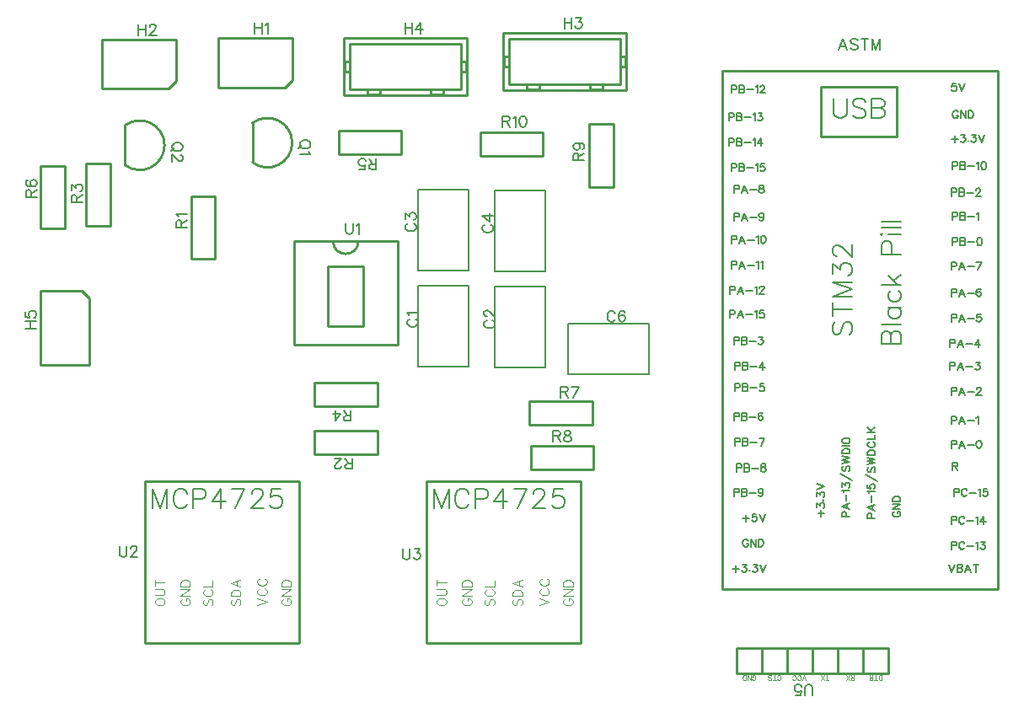
<source format=gto>
G04 Layer: TopSilkscreenLayer*
G04 EasyEDA v6.5.46, 2024-09-03 21:34:31*
G04 a3a5ef0e5d234bae984b2533349a5239,230d3d8e61244ae18bc76ebd04fb3888,10*
G04 Gerber Generator version 0.2*
G04 Scale: 100 percent, Rotated: No, Reflected: No *
G04 Dimensions in millimeters *
G04 leading zeros omitted , absolute positions ,4 integer and 5 decimal *
%FSLAX45Y45*%
%MOMM*%

%ADD10C,0.1524*%
%ADD11C,0.1000*%
%ADD12C,0.2032*%
%ADD13C,0.1778*%
%ADD14C,0.2540*%
%ADD15C,0.0183*%

%LPD*%
D10*
X5028691Y6250178D02*
G01*
X5018277Y6244844D01*
X5007863Y6234429D01*
X5002784Y6224270D01*
X5002784Y6203442D01*
X5007863Y6193028D01*
X5018277Y6182613D01*
X5028691Y6177279D01*
X5044440Y6172200D01*
X5070347Y6172200D01*
X5085841Y6177279D01*
X5096256Y6182613D01*
X5106670Y6193028D01*
X5111750Y6203442D01*
X5111750Y6224270D01*
X5106670Y6234429D01*
X5096256Y6244844D01*
X5085841Y6250178D01*
X5002784Y6294881D02*
G01*
X5002784Y6352031D01*
X5044440Y6320789D01*
X5044440Y6336284D01*
X5049520Y6346697D01*
X5054600Y6352031D01*
X5070347Y6357112D01*
X5080761Y6357112D01*
X5096256Y6352031D01*
X5106670Y6341618D01*
X5111750Y6325870D01*
X5111750Y6310376D01*
X5106670Y6294881D01*
X5101590Y6289547D01*
X5091175Y6284468D01*
X5803391Y6237478D02*
G01*
X5792977Y6232144D01*
X5782563Y6221729D01*
X5777484Y6211570D01*
X5777484Y6190742D01*
X5782563Y6180328D01*
X5792977Y6169913D01*
X5803391Y6164579D01*
X5819140Y6159500D01*
X5845047Y6159500D01*
X5860541Y6164579D01*
X5870956Y6169913D01*
X5881370Y6180328D01*
X5886450Y6190742D01*
X5886450Y6211570D01*
X5881370Y6221729D01*
X5870956Y6232144D01*
X5860541Y6237478D01*
X5777484Y6323584D02*
G01*
X5850127Y6271768D01*
X5850127Y6349745D01*
X5777484Y6323584D02*
G01*
X5886450Y6323584D01*
X7113777Y5347207D02*
G01*
X7108443Y5357621D01*
X7098029Y5368036D01*
X7087870Y5373115D01*
X7067041Y5373115D01*
X7056627Y5368036D01*
X7046213Y5357621D01*
X7040879Y5347207D01*
X7035800Y5331460D01*
X7035800Y5305552D01*
X7040879Y5290057D01*
X7046213Y5279644D01*
X7056627Y5269229D01*
X7067041Y5264150D01*
X7087870Y5264150D01*
X7098029Y5269229D01*
X7108443Y5279644D01*
X7113777Y5290057D01*
X7210297Y5357621D02*
G01*
X7205218Y5368036D01*
X7189470Y5373115D01*
X7179309Y5373115D01*
X7163561Y5368036D01*
X7153147Y5352287D01*
X7148068Y5326379D01*
X7148068Y5300471D01*
X7153147Y5279644D01*
X7163561Y5269229D01*
X7179309Y5264150D01*
X7184390Y5264150D01*
X7199884Y5269229D01*
X7210297Y5279644D01*
X7215631Y5295137D01*
X7215631Y5300471D01*
X7210297Y5315965D01*
X7199884Y5326379D01*
X7184390Y5331460D01*
X7179309Y5331460D01*
X7163561Y5326379D01*
X7153147Y5315965D01*
X7148068Y5300471D01*
X9093200Y1510284D02*
G01*
X9093200Y1588262D01*
X9088120Y1603755D01*
X9077706Y1614170D01*
X9061958Y1619250D01*
X9051543Y1619250D01*
X9036050Y1614170D01*
X9025636Y1603755D01*
X9020556Y1588262D01*
X9020556Y1510284D01*
X8923781Y1510284D02*
G01*
X8975852Y1510284D01*
X8980931Y1557020D01*
X8975852Y1551939D01*
X8960104Y1546605D01*
X8944609Y1546605D01*
X8929115Y1551939D01*
X8918702Y1562100D01*
X8913368Y1577847D01*
X8913368Y1588262D01*
X8918702Y1603755D01*
X8929115Y1614170D01*
X8944609Y1619250D01*
X8960104Y1619250D01*
X8975852Y1614170D01*
X8980931Y1609089D01*
X8986265Y1598676D01*
D11*
X9791700Y1663700D02*
G01*
X9791700Y1711452D01*
X9791700Y1663700D02*
G01*
X9775697Y1663700D01*
X9769093Y1665986D01*
X9764522Y1670304D01*
X9762236Y1674876D01*
X9759950Y1681734D01*
X9759950Y1693163D01*
X9762236Y1700021D01*
X9764522Y1704594D01*
X9769093Y1709165D01*
X9775697Y1711452D01*
X9791700Y1711452D01*
X9728961Y1663700D02*
G01*
X9728961Y1711452D01*
X9744963Y1663700D02*
G01*
X9712959Y1663700D01*
X9697974Y1663700D02*
G01*
X9697974Y1711452D01*
X9697974Y1663700D02*
G01*
X9677654Y1663700D01*
X9670795Y1665986D01*
X9668509Y1668271D01*
X9666224Y1672589D01*
X9666224Y1677162D01*
X9668509Y1681734D01*
X9670795Y1684020D01*
X9677654Y1686305D01*
X9697974Y1686305D01*
X9682225Y1686305D02*
G01*
X9666224Y1711452D01*
X9512300Y1663700D02*
G01*
X9512300Y1711452D01*
X9512300Y1663700D02*
G01*
X9491725Y1663700D01*
X9485122Y1665986D01*
X9482836Y1668271D01*
X9480550Y1672589D01*
X9480550Y1677162D01*
X9482836Y1681734D01*
X9485122Y1684020D01*
X9491725Y1686305D01*
X9512300Y1686305D01*
X9496297Y1686305D02*
G01*
X9480550Y1711452D01*
X9465563Y1663700D02*
G01*
X9433559Y1711452D01*
X9433559Y1663700D02*
G01*
X9465563Y1711452D01*
X9242297Y1663700D02*
G01*
X9242297Y1711452D01*
X9258300Y1663700D02*
G01*
X9226550Y1663700D01*
X9211563Y1663700D02*
G01*
X9179559Y1711452D01*
X9179559Y1663700D02*
G01*
X9211563Y1711452D01*
X9029700Y1661921D02*
G01*
X9011411Y1709673D01*
X8993377Y1661921D02*
G01*
X9011411Y1709673D01*
X8944356Y1673097D02*
G01*
X8946641Y1668526D01*
X8950959Y1664207D01*
X8955531Y1661921D01*
X8964675Y1661921D01*
X8969247Y1664207D01*
X8973820Y1668526D01*
X8976106Y1673097D01*
X8978391Y1679955D01*
X8978391Y1691386D01*
X8976106Y1698244D01*
X8973820Y1702815D01*
X8969247Y1707387D01*
X8964675Y1709673D01*
X8955531Y1709673D01*
X8950959Y1707387D01*
X8946641Y1702815D01*
X8944356Y1698244D01*
X8895079Y1673097D02*
G01*
X8897365Y1668526D01*
X8901938Y1664207D01*
X8906509Y1661921D01*
X8915654Y1661921D01*
X8920225Y1664207D01*
X8924797Y1668526D01*
X8927084Y1673097D01*
X8929370Y1679955D01*
X8929370Y1691386D01*
X8927084Y1698244D01*
X8924797Y1702815D01*
X8920225Y1707387D01*
X8915654Y1709673D01*
X8906509Y1709673D01*
X8901938Y1707387D01*
X8897365Y1702815D01*
X8895079Y1698244D01*
X8741663Y1674876D02*
G01*
X8743950Y1670304D01*
X8748522Y1665986D01*
X8753093Y1663700D01*
X8761984Y1663700D01*
X8766556Y1665986D01*
X8771127Y1670304D01*
X8773413Y1674876D01*
X8775700Y1681734D01*
X8775700Y1693163D01*
X8773413Y1700021D01*
X8771127Y1704594D01*
X8766556Y1709165D01*
X8761984Y1711452D01*
X8753093Y1711452D01*
X8748522Y1709165D01*
X8743950Y1704594D01*
X8741663Y1700021D01*
X8710675Y1663700D02*
G01*
X8710675Y1711452D01*
X8726677Y1663700D02*
G01*
X8694674Y1663700D01*
X8647938Y1670304D02*
G01*
X8652509Y1665986D01*
X8659368Y1663700D01*
X8668511Y1663700D01*
X8675370Y1665986D01*
X8679688Y1670304D01*
X8679688Y1674876D01*
X8677402Y1679447D01*
X8675370Y1681734D01*
X8670797Y1684020D01*
X8657081Y1688592D01*
X8652509Y1690878D01*
X8650224Y1693163D01*
X8647938Y1697736D01*
X8647938Y1704594D01*
X8652509Y1709165D01*
X8659368Y1711452D01*
X8668511Y1711452D01*
X8675370Y1709165D01*
X8679688Y1704594D01*
X8487663Y1674876D02*
G01*
X8489950Y1670304D01*
X8494522Y1665986D01*
X8499093Y1663700D01*
X8507984Y1663700D01*
X8512556Y1665986D01*
X8517127Y1670304D01*
X8519413Y1674876D01*
X8521700Y1681734D01*
X8521700Y1693163D01*
X8519413Y1700021D01*
X8517127Y1704594D01*
X8512556Y1709165D01*
X8507984Y1711452D01*
X8499093Y1711452D01*
X8494522Y1709165D01*
X8489950Y1704594D01*
X8487663Y1700021D01*
X8487663Y1693163D01*
X8499093Y1693163D02*
G01*
X8487663Y1693163D01*
X8472677Y1663700D02*
G01*
X8472677Y1711452D01*
X8472677Y1663700D02*
G01*
X8440674Y1711452D01*
X8440674Y1663700D02*
G01*
X8440674Y1711452D01*
X8425688Y1663700D02*
G01*
X8425688Y1711452D01*
X8425688Y1663700D02*
G01*
X8409940Y1663700D01*
X8403081Y1665986D01*
X8398509Y1670304D01*
X8396224Y1674876D01*
X8393938Y1681734D01*
X8393938Y1693163D01*
X8396224Y1700021D01*
X8398509Y1704594D01*
X8403081Y1709165D01*
X8409940Y1711452D01*
X8425688Y1711452D01*
D10*
X5822188Y5277357D02*
G01*
X5811774Y5272023D01*
X5801359Y5261610D01*
X5796279Y5251450D01*
X5796279Y5230621D01*
X5801359Y5220207D01*
X5811774Y5209794D01*
X5822188Y5204460D01*
X5837936Y5199379D01*
X5863843Y5199379D01*
X5879338Y5204460D01*
X5889752Y5209794D01*
X5900165Y5220207D01*
X5905245Y5230621D01*
X5905245Y5251450D01*
X5900165Y5261610D01*
X5889752Y5272023D01*
X5879338Y5277357D01*
X5822188Y5316728D02*
G01*
X5817108Y5316728D01*
X5806693Y5322062D01*
X5801359Y5327142D01*
X5796279Y5337555D01*
X5796279Y5358384D01*
X5801359Y5368797D01*
X5806693Y5373878D01*
X5817108Y5379212D01*
X5827522Y5379212D01*
X5837936Y5373878D01*
X5853429Y5363463D01*
X5905245Y5311647D01*
X5905245Y5384292D01*
X5047488Y5290057D02*
G01*
X5037074Y5284723D01*
X5026659Y5274310D01*
X5021579Y5264150D01*
X5021579Y5243321D01*
X5026659Y5232907D01*
X5037074Y5222494D01*
X5047488Y5217160D01*
X5063236Y5212079D01*
X5089143Y5212079D01*
X5104638Y5217160D01*
X5115052Y5222494D01*
X5125465Y5232907D01*
X5130545Y5243321D01*
X5130545Y5264150D01*
X5125465Y5274310D01*
X5115052Y5284723D01*
X5104638Y5290057D01*
X5042408Y5324347D02*
G01*
X5037074Y5334762D01*
X5021579Y5350255D01*
X5130545Y5350255D01*
X3492502Y8263811D02*
G01*
X3492502Y8154845D01*
X3565146Y8263811D02*
G01*
X3565146Y8154845D01*
X3492502Y8211995D02*
G01*
X3565146Y8211995D01*
X3599436Y8242983D02*
G01*
X3609850Y8248317D01*
X3625598Y8263811D01*
X3625598Y8154845D01*
X2324102Y8251111D02*
G01*
X2324102Y8142145D01*
X2396746Y8251111D02*
G01*
X2396746Y8142145D01*
X2324102Y8199295D02*
G01*
X2396746Y8199295D01*
X2436370Y8225203D02*
G01*
X2436370Y8230283D01*
X2441450Y8240697D01*
X2446784Y8246031D01*
X2457198Y8251111D01*
X2477772Y8251111D01*
X2488186Y8246031D01*
X2493520Y8240697D01*
X2498600Y8230283D01*
X2498600Y8219869D01*
X2493520Y8209455D01*
X2483106Y8193961D01*
X2431036Y8142145D01*
X2503934Y8142145D01*
X6602006Y8319515D02*
G01*
X6602006Y8210550D01*
X6674650Y8319515D02*
G01*
X6674650Y8210550D01*
X6602006Y8267700D02*
G01*
X6674650Y8267700D01*
X6719354Y8319515D02*
G01*
X6776504Y8319515D01*
X6745516Y8277860D01*
X6761010Y8277860D01*
X6771424Y8272779D01*
X6776504Y8267700D01*
X6781838Y8251952D01*
X6781838Y8241537D01*
X6776504Y8226044D01*
X6766090Y8215629D01*
X6750596Y8210550D01*
X6735102Y8210550D01*
X6719354Y8215629D01*
X6714274Y8220710D01*
X6708940Y8231123D01*
X5001806Y8268715D02*
G01*
X5001806Y8159750D01*
X5074450Y8268715D02*
G01*
X5074450Y8159750D01*
X5001806Y8216900D02*
G01*
X5074450Y8216900D01*
X5160810Y8268715D02*
G01*
X5108740Y8196071D01*
X5186718Y8196071D01*
X5160810Y8268715D02*
G01*
X5160810Y8159750D01*
X4052315Y7055358D02*
G01*
X4047236Y7065771D01*
X4036822Y7076186D01*
X4026408Y7081520D01*
X4010659Y7086600D01*
X3984752Y7086600D01*
X3969258Y7081520D01*
X3958843Y7076186D01*
X3948429Y7065771D01*
X3943350Y7055358D01*
X3943350Y7034529D01*
X3948429Y7024370D01*
X3958843Y7013955D01*
X3969258Y7008621D01*
X3984752Y7003542D01*
X4010659Y7003542D01*
X4026408Y7008621D01*
X4036822Y7013955D01*
X4047236Y7024370D01*
X4052315Y7034529D01*
X4052315Y7055358D01*
X3963924Y7039863D02*
G01*
X3932936Y7008621D01*
X4031488Y6969252D02*
G01*
X4036822Y6958837D01*
X4052315Y6943089D01*
X3943350Y6943089D01*
X2769615Y7029958D02*
G01*
X2764536Y7040371D01*
X2754122Y7050786D01*
X2743708Y7056120D01*
X2727959Y7061200D01*
X2702052Y7061200D01*
X2686558Y7056120D01*
X2676143Y7050786D01*
X2665729Y7040371D01*
X2660650Y7029958D01*
X2660650Y7009129D01*
X2665729Y6998970D01*
X2676143Y6988555D01*
X2686558Y6983221D01*
X2702052Y6978142D01*
X2727959Y6978142D01*
X2743708Y6983221D01*
X2754122Y6988555D01*
X2764536Y6998970D01*
X2769615Y7009129D01*
X2769615Y7029958D01*
X2681224Y7014463D02*
G01*
X2650236Y6983221D01*
X2743708Y6938518D02*
G01*
X2748788Y6938518D01*
X2759202Y6933437D01*
X2764536Y6928104D01*
X2769615Y6917689D01*
X2769615Y6897115D01*
X2764536Y6886702D01*
X2759202Y6881368D01*
X2748788Y6876287D01*
X2738374Y6876287D01*
X2727959Y6881368D01*
X2712465Y6891781D01*
X2660650Y6943852D01*
X2660650Y6870954D01*
X2704084Y6210300D02*
G01*
X2813050Y6210300D01*
X2704084Y6210300D02*
G01*
X2704084Y6257036D01*
X2709163Y6272529D01*
X2714497Y6277863D01*
X2724911Y6282944D01*
X2735325Y6282944D01*
X2745740Y6277863D01*
X2750820Y6272529D01*
X2755900Y6257036D01*
X2755900Y6210300D01*
X2755900Y6246621D02*
G01*
X2813050Y6282944D01*
X2724911Y6317234D02*
G01*
X2719577Y6327647D01*
X2704084Y6343395D01*
X2813050Y6343395D01*
X4470400Y3783584D02*
G01*
X4470400Y3892550D01*
X4470400Y3783584D02*
G01*
X4423663Y3783584D01*
X4408170Y3788663D01*
X4402836Y3793997D01*
X4397756Y3804412D01*
X4397756Y3814826D01*
X4402836Y3825239D01*
X4408170Y3830320D01*
X4423663Y3835400D01*
X4470400Y3835400D01*
X4434077Y3835400D02*
G01*
X4397756Y3892550D01*
X4358131Y3809492D02*
G01*
X4358131Y3804412D01*
X4353052Y3793997D01*
X4347718Y3788663D01*
X4337304Y3783584D01*
X4316729Y3783584D01*
X4306315Y3788663D01*
X4300981Y3793997D01*
X4295902Y3804412D01*
X4295902Y3814826D01*
X4300981Y3825239D01*
X4311395Y3840734D01*
X4363465Y3892550D01*
X4290568Y3892550D01*
X1649984Y6464300D02*
G01*
X1758950Y6464300D01*
X1649984Y6464300D02*
G01*
X1649984Y6511036D01*
X1655063Y6526529D01*
X1660397Y6531863D01*
X1670812Y6536944D01*
X1681226Y6536944D01*
X1691639Y6531863D01*
X1696720Y6526529D01*
X1701800Y6511036D01*
X1701800Y6464300D01*
X1701800Y6500621D02*
G01*
X1758950Y6536944D01*
X1649984Y6581647D02*
G01*
X1649984Y6638797D01*
X1691639Y6607810D01*
X1691639Y6623304D01*
X1696720Y6633718D01*
X1701800Y6638797D01*
X1717547Y6644131D01*
X1727962Y6644131D01*
X1743455Y6638797D01*
X1753870Y6628384D01*
X1758950Y6612889D01*
X1758950Y6597395D01*
X1753870Y6581647D01*
X1748789Y6576568D01*
X1738376Y6571234D01*
X4457700Y4266184D02*
G01*
X4457700Y4375150D01*
X4457700Y4266184D02*
G01*
X4410963Y4266184D01*
X4395470Y4271263D01*
X4390136Y4276597D01*
X4385056Y4287012D01*
X4385056Y4297426D01*
X4390136Y4307839D01*
X4395470Y4312920D01*
X4410963Y4318000D01*
X4457700Y4318000D01*
X4421377Y4318000D02*
G01*
X4385056Y4375150D01*
X4298695Y4266184D02*
G01*
X4350765Y4338828D01*
X4272788Y4338828D01*
X4298695Y4266184D02*
G01*
X4298695Y4375150D01*
X4711700Y6793484D02*
G01*
X4711700Y6902450D01*
X4711700Y6793484D02*
G01*
X4664963Y6793484D01*
X4649470Y6798563D01*
X4644136Y6803897D01*
X4639056Y6814312D01*
X4639056Y6824726D01*
X4644136Y6835139D01*
X4649470Y6840220D01*
X4664963Y6845300D01*
X4711700Y6845300D01*
X4675377Y6845300D02*
G01*
X4639056Y6902450D01*
X4542281Y6793484D02*
G01*
X4594352Y6793484D01*
X4599431Y6840220D01*
X4594352Y6835139D01*
X4578604Y6829805D01*
X4563109Y6829805D01*
X4547615Y6835139D01*
X4537202Y6845300D01*
X4531868Y6861047D01*
X4531868Y6871462D01*
X4537202Y6886955D01*
X4547615Y6897370D01*
X4563109Y6902450D01*
X4578604Y6902450D01*
X4594352Y6897370D01*
X4599431Y6892289D01*
X4604765Y6881876D01*
X1192784Y6515100D02*
G01*
X1301750Y6515100D01*
X1192784Y6515100D02*
G01*
X1192784Y6561836D01*
X1197863Y6577329D01*
X1203197Y6582663D01*
X1213612Y6587744D01*
X1224026Y6587744D01*
X1234439Y6582663D01*
X1239520Y6577329D01*
X1244600Y6561836D01*
X1244600Y6515100D01*
X1244600Y6551421D02*
G01*
X1301750Y6587744D01*
X1208278Y6684518D02*
G01*
X1197863Y6679184D01*
X1192784Y6663689D01*
X1192784Y6653276D01*
X1197863Y6637781D01*
X1213612Y6627368D01*
X1239520Y6622034D01*
X1265428Y6622034D01*
X1286255Y6627368D01*
X1296670Y6637781D01*
X1301750Y6653276D01*
X1301750Y6658610D01*
X1296670Y6674104D01*
X1286255Y6684518D01*
X1270762Y6689597D01*
X1265428Y6689597D01*
X1249934Y6684518D01*
X1239520Y6674104D01*
X1234439Y6658610D01*
X1234439Y6653276D01*
X1239520Y6637781D01*
X1249934Y6627368D01*
X1265428Y6622034D01*
X6565900Y4611115D02*
G01*
X6565900Y4502150D01*
X6565900Y4611115D02*
G01*
X6612636Y4611115D01*
X6628129Y4606036D01*
X6633463Y4600702D01*
X6638543Y4590287D01*
X6638543Y4579873D01*
X6633463Y4569460D01*
X6628129Y4564379D01*
X6612636Y4559300D01*
X6565900Y4559300D01*
X6602222Y4559300D02*
G01*
X6638543Y4502150D01*
X6745731Y4611115D02*
G01*
X6693661Y4502150D01*
X6672834Y4611115D02*
G01*
X6745731Y4611115D01*
X6489700Y4166615D02*
G01*
X6489700Y4057650D01*
X6489700Y4166615D02*
G01*
X6536436Y4166615D01*
X6551929Y4161536D01*
X6557263Y4156202D01*
X6562343Y4145787D01*
X6562343Y4135373D01*
X6557263Y4124960D01*
X6551929Y4119879D01*
X6536436Y4114800D01*
X6489700Y4114800D01*
X6526022Y4114800D02*
G01*
X6562343Y4057650D01*
X6622795Y4166615D02*
G01*
X6607047Y4161536D01*
X6601968Y4151121D01*
X6601968Y4140707D01*
X6607047Y4130294D01*
X6617461Y4124960D01*
X6638290Y4119879D01*
X6653784Y4114800D01*
X6664197Y4104386D01*
X6669531Y4093971D01*
X6669531Y4078223D01*
X6664197Y4067810D01*
X6659118Y4062729D01*
X6643370Y4057650D01*
X6622795Y4057650D01*
X6607047Y4062729D01*
X6601968Y4067810D01*
X6596634Y4078223D01*
X6596634Y4093971D01*
X6601968Y4104386D01*
X6612381Y4114800D01*
X6627875Y4119879D01*
X6648704Y4124960D01*
X6659118Y4130294D01*
X6664197Y4140707D01*
X6664197Y4151121D01*
X6659118Y4161536D01*
X6643370Y4166615D01*
X6622795Y4166615D01*
X5981700Y7328915D02*
G01*
X5981700Y7219950D01*
X5981700Y7328915D02*
G01*
X6028436Y7328915D01*
X6043929Y7323836D01*
X6049263Y7318502D01*
X6054343Y7308087D01*
X6054343Y7297673D01*
X6049263Y7287260D01*
X6043929Y7282179D01*
X6028436Y7277100D01*
X5981700Y7277100D01*
X6018022Y7277100D02*
G01*
X6054343Y7219950D01*
X6088634Y7308087D02*
G01*
X6099047Y7313421D01*
X6114795Y7328915D01*
X6114795Y7219950D01*
X6180074Y7328915D02*
G01*
X6164579Y7323836D01*
X6154165Y7308087D01*
X6149086Y7282179D01*
X6149086Y7266686D01*
X6154165Y7240523D01*
X6164579Y7225029D01*
X6180074Y7219950D01*
X6190488Y7219950D01*
X6206236Y7225029D01*
X6216650Y7240523D01*
X6221729Y7266686D01*
X6221729Y7282179D01*
X6216650Y7308087D01*
X6206236Y7323836D01*
X6190488Y7328915D01*
X6180074Y7328915D01*
X4404199Y6249415D02*
G01*
X4404199Y6171437D01*
X4409279Y6155944D01*
X4419693Y6145529D01*
X4435441Y6140450D01*
X4445855Y6140450D01*
X4461349Y6145529D01*
X4471763Y6155944D01*
X4476843Y6171437D01*
X4476843Y6249415D01*
X4511133Y6228587D02*
G01*
X4521547Y6233921D01*
X4537295Y6249415D01*
X4537295Y6140450D01*
X2133600Y3010915D02*
G01*
X2133600Y2932937D01*
X2138679Y2917444D01*
X2149093Y2907029D01*
X2164841Y2901950D01*
X2175256Y2901950D01*
X2190750Y2907029D01*
X2201163Y2917444D01*
X2206243Y2932937D01*
X2206243Y3010915D01*
X2245868Y2985007D02*
G01*
X2245868Y2990087D01*
X2250947Y3000502D01*
X2256281Y3005836D01*
X2266695Y3010915D01*
X2287270Y3010915D01*
X2297684Y3005836D01*
X2303018Y3000502D01*
X2308097Y2990087D01*
X2308097Y2979673D01*
X2303018Y2969260D01*
X2292604Y2953765D01*
X2240534Y2901950D01*
X2313431Y2901950D01*
D12*
X2463800Y3583178D02*
G01*
X2463800Y3389376D01*
X2463800Y3583178D02*
G01*
X2537713Y3389376D01*
X2611627Y3583178D02*
G01*
X2537713Y3389376D01*
X2611627Y3583178D02*
G01*
X2611627Y3389376D01*
X2811018Y3536950D02*
G01*
X2801874Y3555492D01*
X2783331Y3574034D01*
X2764790Y3583178D01*
X2727959Y3583178D01*
X2709418Y3574034D01*
X2691129Y3555492D01*
X2681731Y3536950D01*
X2672588Y3509263D01*
X2672588Y3463289D01*
X2681731Y3435350D01*
X2691129Y3417062D01*
X2709418Y3398520D01*
X2727959Y3389376D01*
X2764790Y3389376D01*
X2783331Y3398520D01*
X2801874Y3417062D01*
X2811018Y3435350D01*
X2871977Y3583178D02*
G01*
X2871977Y3389376D01*
X2871977Y3583178D02*
G01*
X2955290Y3583178D01*
X2982975Y3574034D01*
X2992120Y3564889D01*
X3001263Y3546347D01*
X3001263Y3518662D01*
X2992120Y3500120D01*
X2982975Y3490976D01*
X2955290Y3481578D01*
X2871977Y3481578D01*
X3154679Y3583178D02*
G01*
X3062224Y3453892D01*
X3200908Y3453892D01*
X3154679Y3583178D02*
G01*
X3154679Y3389376D01*
X3391154Y3583178D02*
G01*
X3298697Y3389376D01*
X3261868Y3583178D02*
G01*
X3391154Y3583178D01*
X3461258Y3536950D02*
G01*
X3461258Y3546347D01*
X3470656Y3564889D01*
X3479800Y3574034D01*
X3498341Y3583178D01*
X3535172Y3583178D01*
X3553713Y3574034D01*
X3562858Y3564889D01*
X3572256Y3546347D01*
X3572256Y3527805D01*
X3562858Y3509263D01*
X3544570Y3481578D01*
X3452113Y3389376D01*
X3581400Y3389376D01*
X3753104Y3583178D02*
G01*
X3660902Y3583178D01*
X3651504Y3500120D01*
X3660902Y3509263D01*
X3688588Y3518662D01*
X3716274Y3518662D01*
X3743959Y3509263D01*
X3762502Y3490976D01*
X3771645Y3463289D01*
X3771645Y3444747D01*
X3762502Y3417062D01*
X3743959Y3398520D01*
X3716274Y3389376D01*
X3688588Y3389376D01*
X3660902Y3398520D01*
X3651504Y3407663D01*
X3642359Y3426205D01*
D11*
X2489961Y2440178D02*
G01*
X2494534Y2431287D01*
X2503424Y2422144D01*
X2512568Y2417571D01*
X2526284Y2413000D01*
X2548890Y2413000D01*
X2562606Y2417571D01*
X2571750Y2422144D01*
X2580893Y2431287D01*
X2585465Y2440178D01*
X2585465Y2458465D01*
X2580893Y2467610D01*
X2571750Y2476754D01*
X2562606Y2481071D01*
X2548890Y2485644D01*
X2526284Y2485644D01*
X2512568Y2481071D01*
X2503424Y2476754D01*
X2494534Y2467610D01*
X2489961Y2458465D01*
X2489961Y2440178D01*
X2489961Y2515615D02*
G01*
X2558034Y2515615D01*
X2571750Y2520187D01*
X2580893Y2529331D01*
X2585465Y2543047D01*
X2585465Y2552192D01*
X2580893Y2565654D01*
X2571750Y2574797D01*
X2558034Y2579370D01*
X2489961Y2579370D01*
X2489961Y2641092D02*
G01*
X2585465Y2641092D01*
X2489961Y2609342D02*
G01*
X2489961Y2673095D01*
X2766568Y2481071D02*
G01*
X2757424Y2476754D01*
X2748534Y2467610D01*
X2743961Y2458465D01*
X2743961Y2440178D01*
X2748534Y2431287D01*
X2757424Y2422144D01*
X2766568Y2417571D01*
X2780284Y2413000D01*
X2802890Y2413000D01*
X2816606Y2417571D01*
X2825750Y2422144D01*
X2834893Y2431287D01*
X2839465Y2440178D01*
X2839465Y2458465D01*
X2834893Y2467610D01*
X2825750Y2476754D01*
X2816606Y2481071D01*
X2802890Y2481071D01*
X2802890Y2458465D02*
G01*
X2802890Y2481071D01*
X2743961Y2511297D02*
G01*
X2839465Y2511297D01*
X2743961Y2511297D02*
G01*
X2839465Y2574797D01*
X2743961Y2574797D02*
G01*
X2839465Y2574797D01*
X2743961Y2604770D02*
G01*
X2839465Y2604770D01*
X2743961Y2604770D02*
G01*
X2743961Y2636520D01*
X2748534Y2650236D01*
X2757424Y2659379D01*
X2766568Y2663952D01*
X2780284Y2668523D01*
X2802890Y2668523D01*
X2816606Y2663952D01*
X2825750Y2659379D01*
X2834893Y2650236D01*
X2839465Y2636520D01*
X2839465Y2604770D01*
X2986024Y2476754D02*
G01*
X2977134Y2467610D01*
X2972561Y2453894D01*
X2972561Y2435605D01*
X2977134Y2422144D01*
X2986024Y2413000D01*
X2995168Y2413000D01*
X3004311Y2417571D01*
X3008884Y2422144D01*
X3013456Y2431287D01*
X3022600Y2458465D01*
X3026918Y2467610D01*
X3031490Y2472181D01*
X3040634Y2476754D01*
X3054350Y2476754D01*
X3063493Y2467610D01*
X3068065Y2453894D01*
X3068065Y2435605D01*
X3063493Y2422144D01*
X3054350Y2413000D01*
X2995168Y2574797D02*
G01*
X2986024Y2570226D01*
X2977134Y2561081D01*
X2972561Y2552192D01*
X2972561Y2533904D01*
X2977134Y2524760D01*
X2986024Y2515615D01*
X2995168Y2511297D01*
X3008884Y2506726D01*
X3031490Y2506726D01*
X3045206Y2511297D01*
X3054350Y2515615D01*
X3063493Y2524760D01*
X3068065Y2533904D01*
X3068065Y2552192D01*
X3063493Y2561081D01*
X3054350Y2570226D01*
X3045206Y2574797D01*
X2972561Y2604770D02*
G01*
X3068065Y2604770D01*
X3068065Y2604770D02*
G01*
X3068065Y2659379D01*
X3265424Y2476754D02*
G01*
X3256534Y2467610D01*
X3251961Y2453894D01*
X3251961Y2435605D01*
X3256534Y2422144D01*
X3265424Y2413000D01*
X3274568Y2413000D01*
X3283711Y2417571D01*
X3288284Y2422144D01*
X3292856Y2431287D01*
X3302000Y2458465D01*
X3306318Y2467610D01*
X3310890Y2472181D01*
X3320034Y2476754D01*
X3333750Y2476754D01*
X3342893Y2467610D01*
X3347465Y2453894D01*
X3347465Y2435605D01*
X3342893Y2422144D01*
X3333750Y2413000D01*
X3251961Y2506726D02*
G01*
X3347465Y2506726D01*
X3251961Y2506726D02*
G01*
X3251961Y2538476D01*
X3256534Y2552192D01*
X3265424Y2561081D01*
X3274568Y2565654D01*
X3288284Y2570226D01*
X3310890Y2570226D01*
X3324606Y2565654D01*
X3333750Y2561081D01*
X3342893Y2552192D01*
X3347465Y2538476D01*
X3347465Y2506726D01*
X3251961Y2636520D02*
G01*
X3347465Y2600197D01*
X3251961Y2636520D02*
G01*
X3347465Y2673095D01*
X3315461Y2613913D02*
G01*
X3315461Y2659379D01*
X3518661Y2413000D02*
G01*
X3614165Y2449321D01*
X3518661Y2485644D02*
G01*
X3614165Y2449321D01*
X3541268Y2583942D02*
G01*
X3532124Y2579370D01*
X3523234Y2570226D01*
X3518661Y2561081D01*
X3518661Y2543047D01*
X3523234Y2533904D01*
X3532124Y2524760D01*
X3541268Y2520187D01*
X3554984Y2515615D01*
X3577590Y2515615D01*
X3591306Y2520187D01*
X3600450Y2524760D01*
X3609593Y2533904D01*
X3614165Y2543047D01*
X3614165Y2561081D01*
X3609593Y2570226D01*
X3600450Y2579370D01*
X3591306Y2583942D01*
X3541268Y2681986D02*
G01*
X3532124Y2677668D01*
X3523234Y2668523D01*
X3518661Y2659379D01*
X3518661Y2641092D01*
X3523234Y2632202D01*
X3532124Y2623057D01*
X3541268Y2618486D01*
X3554984Y2613913D01*
X3577590Y2613913D01*
X3591306Y2618486D01*
X3600450Y2623057D01*
X3609593Y2632202D01*
X3614165Y2641092D01*
X3614165Y2659379D01*
X3609593Y2668523D01*
X3600450Y2677668D01*
X3591306Y2681986D01*
X3782568Y2481071D02*
G01*
X3773424Y2476754D01*
X3764534Y2467610D01*
X3759961Y2458465D01*
X3759961Y2440178D01*
X3764534Y2431287D01*
X3773424Y2422144D01*
X3782568Y2417571D01*
X3796284Y2413000D01*
X3818890Y2413000D01*
X3832606Y2417571D01*
X3841750Y2422144D01*
X3850893Y2431287D01*
X3855465Y2440178D01*
X3855465Y2458465D01*
X3850893Y2467610D01*
X3841750Y2476754D01*
X3832606Y2481071D01*
X3818890Y2481071D01*
X3818890Y2458465D02*
G01*
X3818890Y2481071D01*
X3759961Y2511297D02*
G01*
X3855465Y2511297D01*
X3759961Y2511297D02*
G01*
X3855465Y2574797D01*
X3759961Y2574797D02*
G01*
X3855465Y2574797D01*
X3759961Y2604770D02*
G01*
X3855465Y2604770D01*
X3759961Y2604770D02*
G01*
X3759961Y2636520D01*
X3764534Y2650236D01*
X3773424Y2659379D01*
X3782568Y2663952D01*
X3796284Y2668523D01*
X3818890Y2668523D01*
X3832606Y2663952D01*
X3841750Y2659379D01*
X3850893Y2650236D01*
X3855465Y2636520D01*
X3855465Y2604770D01*
D10*
X4978400Y2985515D02*
G01*
X4978400Y2907537D01*
X4983479Y2892044D01*
X4993893Y2881629D01*
X5009641Y2876550D01*
X5020056Y2876550D01*
X5035550Y2881629D01*
X5045963Y2892044D01*
X5051043Y2907537D01*
X5051043Y2985515D01*
X5095747Y2985515D02*
G01*
X5152897Y2985515D01*
X5121909Y2943860D01*
X5137404Y2943860D01*
X5147818Y2938779D01*
X5152897Y2933700D01*
X5158231Y2917952D01*
X5158231Y2907537D01*
X5152897Y2892044D01*
X5142484Y2881629D01*
X5126990Y2876550D01*
X5111495Y2876550D01*
X5095747Y2881629D01*
X5090668Y2886710D01*
X5085334Y2897123D01*
D12*
X5295900Y3583178D02*
G01*
X5295900Y3389376D01*
X5295900Y3583178D02*
G01*
X5369813Y3389376D01*
X5443727Y3583178D02*
G01*
X5369813Y3389376D01*
X5443727Y3583178D02*
G01*
X5443727Y3389376D01*
X5643118Y3536950D02*
G01*
X5633974Y3555492D01*
X5615431Y3574034D01*
X5596890Y3583178D01*
X5560059Y3583178D01*
X5541518Y3574034D01*
X5523229Y3555492D01*
X5513831Y3536950D01*
X5504688Y3509263D01*
X5504688Y3463289D01*
X5513831Y3435350D01*
X5523229Y3417062D01*
X5541518Y3398520D01*
X5560059Y3389376D01*
X5596890Y3389376D01*
X5615431Y3398520D01*
X5633974Y3417062D01*
X5643118Y3435350D01*
X5704077Y3583178D02*
G01*
X5704077Y3389376D01*
X5704077Y3583178D02*
G01*
X5787390Y3583178D01*
X5815075Y3574034D01*
X5824220Y3564889D01*
X5833363Y3546347D01*
X5833363Y3518662D01*
X5824220Y3500120D01*
X5815075Y3490976D01*
X5787390Y3481578D01*
X5704077Y3481578D01*
X5986779Y3583178D02*
G01*
X5894324Y3453892D01*
X6033008Y3453892D01*
X5986779Y3583178D02*
G01*
X5986779Y3389376D01*
X6223254Y3583178D02*
G01*
X6130797Y3389376D01*
X6093968Y3583178D02*
G01*
X6223254Y3583178D01*
X6293358Y3536950D02*
G01*
X6293358Y3546347D01*
X6302756Y3564889D01*
X6311900Y3574034D01*
X6330441Y3583178D01*
X6367272Y3583178D01*
X6385813Y3574034D01*
X6394958Y3564889D01*
X6404356Y3546347D01*
X6404356Y3527805D01*
X6394958Y3509263D01*
X6376670Y3481578D01*
X6284213Y3389376D01*
X6413500Y3389376D01*
X6585204Y3583178D02*
G01*
X6493002Y3583178D01*
X6483604Y3500120D01*
X6493002Y3509263D01*
X6520688Y3518662D01*
X6548374Y3518662D01*
X6576059Y3509263D01*
X6594602Y3490976D01*
X6603745Y3463289D01*
X6603745Y3444747D01*
X6594602Y3417062D01*
X6576059Y3398520D01*
X6548374Y3389376D01*
X6520688Y3389376D01*
X6493002Y3398520D01*
X6483604Y3407663D01*
X6474459Y3426205D01*
D11*
X5322061Y2440178D02*
G01*
X5326634Y2431287D01*
X5335524Y2422144D01*
X5344668Y2417571D01*
X5358384Y2413000D01*
X5380990Y2413000D01*
X5394706Y2417571D01*
X5403850Y2422144D01*
X5412993Y2431287D01*
X5417565Y2440178D01*
X5417565Y2458465D01*
X5412993Y2467610D01*
X5403850Y2476754D01*
X5394706Y2481071D01*
X5380990Y2485644D01*
X5358384Y2485644D01*
X5344668Y2481071D01*
X5335524Y2476754D01*
X5326634Y2467610D01*
X5322061Y2458465D01*
X5322061Y2440178D01*
X5322061Y2515615D02*
G01*
X5390134Y2515615D01*
X5403850Y2520187D01*
X5412993Y2529331D01*
X5417565Y2543047D01*
X5417565Y2552192D01*
X5412993Y2565654D01*
X5403850Y2574797D01*
X5390134Y2579370D01*
X5322061Y2579370D01*
X5322061Y2641092D02*
G01*
X5417565Y2641092D01*
X5322061Y2609342D02*
G01*
X5322061Y2673095D01*
X5598668Y2481071D02*
G01*
X5589524Y2476754D01*
X5580634Y2467610D01*
X5576061Y2458465D01*
X5576061Y2440178D01*
X5580634Y2431287D01*
X5589524Y2422144D01*
X5598668Y2417571D01*
X5612384Y2413000D01*
X5634990Y2413000D01*
X5648706Y2417571D01*
X5657850Y2422144D01*
X5666993Y2431287D01*
X5671565Y2440178D01*
X5671565Y2458465D01*
X5666993Y2467610D01*
X5657850Y2476754D01*
X5648706Y2481071D01*
X5634990Y2481071D01*
X5634990Y2458465D02*
G01*
X5634990Y2481071D01*
X5576061Y2511297D02*
G01*
X5671565Y2511297D01*
X5576061Y2511297D02*
G01*
X5671565Y2574797D01*
X5576061Y2574797D02*
G01*
X5671565Y2574797D01*
X5576061Y2604770D02*
G01*
X5671565Y2604770D01*
X5576061Y2604770D02*
G01*
X5576061Y2636520D01*
X5580634Y2650236D01*
X5589524Y2659379D01*
X5598668Y2663952D01*
X5612384Y2668523D01*
X5634990Y2668523D01*
X5648706Y2663952D01*
X5657850Y2659379D01*
X5666993Y2650236D01*
X5671565Y2636520D01*
X5671565Y2604770D01*
X5818124Y2476754D02*
G01*
X5809234Y2467610D01*
X5804661Y2453894D01*
X5804661Y2435605D01*
X5809234Y2422144D01*
X5818124Y2413000D01*
X5827268Y2413000D01*
X5836411Y2417571D01*
X5840984Y2422144D01*
X5845556Y2431287D01*
X5854700Y2458465D01*
X5859018Y2467610D01*
X5863590Y2472181D01*
X5872734Y2476754D01*
X5886450Y2476754D01*
X5895593Y2467610D01*
X5900165Y2453894D01*
X5900165Y2435605D01*
X5895593Y2422144D01*
X5886450Y2413000D01*
X5827268Y2574797D02*
G01*
X5818124Y2570226D01*
X5809234Y2561081D01*
X5804661Y2552192D01*
X5804661Y2533904D01*
X5809234Y2524760D01*
X5818124Y2515615D01*
X5827268Y2511297D01*
X5840984Y2506726D01*
X5863590Y2506726D01*
X5877306Y2511297D01*
X5886450Y2515615D01*
X5895593Y2524760D01*
X5900165Y2533904D01*
X5900165Y2552192D01*
X5895593Y2561081D01*
X5886450Y2570226D01*
X5877306Y2574797D01*
X5804661Y2604770D02*
G01*
X5900165Y2604770D01*
X5900165Y2604770D02*
G01*
X5900165Y2659379D01*
X6097524Y2476754D02*
G01*
X6088634Y2467610D01*
X6084061Y2453894D01*
X6084061Y2435605D01*
X6088634Y2422144D01*
X6097524Y2413000D01*
X6106668Y2413000D01*
X6115811Y2417571D01*
X6120384Y2422144D01*
X6124956Y2431287D01*
X6134100Y2458465D01*
X6138418Y2467610D01*
X6142990Y2472181D01*
X6152134Y2476754D01*
X6165850Y2476754D01*
X6174993Y2467610D01*
X6179565Y2453894D01*
X6179565Y2435605D01*
X6174993Y2422144D01*
X6165850Y2413000D01*
X6084061Y2506726D02*
G01*
X6179565Y2506726D01*
X6084061Y2506726D02*
G01*
X6084061Y2538476D01*
X6088634Y2552192D01*
X6097524Y2561081D01*
X6106668Y2565654D01*
X6120384Y2570226D01*
X6142990Y2570226D01*
X6156706Y2565654D01*
X6165850Y2561081D01*
X6174993Y2552192D01*
X6179565Y2538476D01*
X6179565Y2506726D01*
X6084061Y2636520D02*
G01*
X6179565Y2600197D01*
X6084061Y2636520D02*
G01*
X6179565Y2673095D01*
X6147561Y2613913D02*
G01*
X6147561Y2659379D01*
X6350761Y2413000D02*
G01*
X6446265Y2449321D01*
X6350761Y2485644D02*
G01*
X6446265Y2449321D01*
X6373368Y2583942D02*
G01*
X6364224Y2579370D01*
X6355334Y2570226D01*
X6350761Y2561081D01*
X6350761Y2543047D01*
X6355334Y2533904D01*
X6364224Y2524760D01*
X6373368Y2520187D01*
X6387084Y2515615D01*
X6409690Y2515615D01*
X6423406Y2520187D01*
X6432550Y2524760D01*
X6441693Y2533904D01*
X6446265Y2543047D01*
X6446265Y2561081D01*
X6441693Y2570226D01*
X6432550Y2579370D01*
X6423406Y2583942D01*
X6373368Y2681986D02*
G01*
X6364224Y2677668D01*
X6355334Y2668523D01*
X6350761Y2659379D01*
X6350761Y2641092D01*
X6355334Y2632202D01*
X6364224Y2623057D01*
X6373368Y2618486D01*
X6387084Y2613913D01*
X6409690Y2613913D01*
X6423406Y2618486D01*
X6432550Y2623057D01*
X6441693Y2632202D01*
X6446265Y2641092D01*
X6446265Y2659379D01*
X6441693Y2668523D01*
X6432550Y2677668D01*
X6423406Y2681986D01*
X6614668Y2481071D02*
G01*
X6605524Y2476754D01*
X6596634Y2467610D01*
X6592061Y2458465D01*
X6592061Y2440178D01*
X6596634Y2431287D01*
X6605524Y2422144D01*
X6614668Y2417571D01*
X6628384Y2413000D01*
X6650990Y2413000D01*
X6664706Y2417571D01*
X6673850Y2422144D01*
X6682993Y2431287D01*
X6687565Y2440178D01*
X6687565Y2458465D01*
X6682993Y2467610D01*
X6673850Y2476754D01*
X6664706Y2481071D01*
X6650990Y2481071D01*
X6650990Y2458465D02*
G01*
X6650990Y2481071D01*
X6592061Y2511297D02*
G01*
X6687565Y2511297D01*
X6592061Y2511297D02*
G01*
X6687565Y2574797D01*
X6592061Y2574797D02*
G01*
X6687565Y2574797D01*
X6592061Y2604770D02*
G01*
X6687565Y2604770D01*
X6592061Y2604770D02*
G01*
X6592061Y2636520D01*
X6596634Y2650236D01*
X6605524Y2659379D01*
X6614668Y2663952D01*
X6628384Y2668523D01*
X6650990Y2668523D01*
X6664706Y2663952D01*
X6673850Y2659379D01*
X6682993Y2650236D01*
X6687565Y2636520D01*
X6687565Y2604770D01*
D10*
X6691884Y6883400D02*
G01*
X6800850Y6883400D01*
X6691884Y6883400D02*
G01*
X6691884Y6930136D01*
X6696963Y6945629D01*
X6702297Y6950963D01*
X6712711Y6956044D01*
X6723125Y6956044D01*
X6733540Y6950963D01*
X6738620Y6945629D01*
X6743700Y6930136D01*
X6743700Y6883400D01*
X6743700Y6919721D02*
G01*
X6800850Y6956044D01*
X6728206Y7057897D02*
G01*
X6743700Y7052818D01*
X6754113Y7042404D01*
X6759447Y7026910D01*
X6759447Y7021576D01*
X6754113Y7006081D01*
X6743700Y6995668D01*
X6728206Y6990334D01*
X6723125Y6990334D01*
X6707377Y6995668D01*
X6696963Y7006081D01*
X6691884Y7021576D01*
X6691884Y7026910D01*
X6696963Y7042404D01*
X6707377Y7052818D01*
X6728206Y7057897D01*
X6754113Y7057897D01*
X6780275Y7052818D01*
X6795770Y7042404D01*
X6800850Y7026910D01*
X6800850Y7016495D01*
X6795770Y7000747D01*
X6785356Y6995668D01*
X9401556Y8103615D02*
G01*
X9359900Y7994650D01*
X9401556Y8103615D02*
G01*
X9442958Y7994650D01*
X9375393Y8030971D02*
G01*
X9427463Y8030971D01*
X9550145Y8088121D02*
G01*
X9539731Y8098536D01*
X9523984Y8103615D01*
X9503409Y8103615D01*
X9487661Y8098536D01*
X9477247Y8088121D01*
X9477247Y8077708D01*
X9482581Y8067294D01*
X9487661Y8061960D01*
X9498075Y8056879D01*
X9529318Y8046465D01*
X9539731Y8041386D01*
X9544811Y8036052D01*
X9550145Y8025637D01*
X9550145Y8010144D01*
X9539731Y7999729D01*
X9523984Y7994650D01*
X9503409Y7994650D01*
X9487661Y7999729D01*
X9477247Y8010144D01*
X9620758Y8103615D02*
G01*
X9620758Y7994650D01*
X9584436Y8103615D02*
G01*
X9657079Y8103615D01*
X9691370Y8103615D02*
G01*
X9691370Y7994650D01*
X9691370Y8103615D02*
G01*
X9733025Y7994650D01*
X9774427Y8103615D02*
G01*
X9733025Y7994650D01*
X9774427Y8103615D02*
G01*
X9774427Y7994650D01*
X9918700Y3357371D02*
G01*
X9911334Y3353815D01*
X9903968Y3346450D01*
X9900158Y3338829D01*
X9900158Y3324097D01*
X9903968Y3316731D01*
X9911334Y3309365D01*
X9918700Y3305810D01*
X9929622Y3302000D01*
X9948163Y3302000D01*
X9959340Y3305810D01*
X9966706Y3309365D01*
X9974072Y3316731D01*
X9977881Y3324097D01*
X9977881Y3338829D01*
X9974072Y3346450D01*
X9966706Y3353815D01*
X9959340Y3357371D01*
X9948163Y3357371D01*
X9948163Y3338829D02*
G01*
X9948163Y3357371D01*
X9900158Y3381755D02*
G01*
X9977881Y3381755D01*
X9900158Y3381755D02*
G01*
X9977881Y3433571D01*
X9900158Y3433571D02*
G01*
X9977881Y3433571D01*
X9900158Y3457955D02*
G01*
X9977881Y3457955D01*
X9900158Y3457955D02*
G01*
X9900158Y3483863D01*
X9903968Y3494786D01*
X9911334Y3502152D01*
X9918700Y3505962D01*
X9929622Y3509518D01*
X9948163Y3509518D01*
X9959340Y3505962D01*
X9966706Y3502152D01*
X9974072Y3494786D01*
X9977881Y3483863D01*
X9977881Y3457955D01*
X9646158Y3289300D02*
G01*
X9723881Y3289300D01*
X9646158Y3289300D02*
G01*
X9646158Y3322573D01*
X9649968Y3333750D01*
X9653524Y3337305D01*
X9660890Y3341115D01*
X9672065Y3341115D01*
X9679431Y3337305D01*
X9683241Y3333750D01*
X9686797Y3322573D01*
X9686797Y3289300D01*
X9646158Y3394963D02*
G01*
X9723881Y3365500D01*
X9646158Y3394963D02*
G01*
X9723881Y3424428D01*
X9697974Y3376421D02*
G01*
X9697974Y3413505D01*
X9690608Y3448812D02*
G01*
X9690608Y3515360D01*
X9660890Y3539744D02*
G01*
X9657334Y3547110D01*
X9646158Y3558286D01*
X9723881Y3558286D01*
X9646158Y3626865D02*
G01*
X9646158Y3590036D01*
X9679431Y3586226D01*
X9675622Y3590036D01*
X9672065Y3601212D01*
X9672065Y3612134D01*
X9675622Y3623310D01*
X9683241Y3630676D01*
X9694163Y3634486D01*
X9701529Y3634486D01*
X9712706Y3630676D01*
X9720072Y3623310D01*
X9723881Y3612134D01*
X9723881Y3601212D01*
X9720072Y3590036D01*
X9716261Y3586226D01*
X9708895Y3582670D01*
X9631425Y3725163D02*
G01*
X9749536Y3658870D01*
X9657334Y3801363D02*
G01*
X9649968Y3793997D01*
X9646158Y3782821D01*
X9646158Y3768089D01*
X9649968Y3756913D01*
X9657334Y3749547D01*
X9664700Y3749547D01*
X9672065Y3753357D01*
X9675622Y3756913D01*
X9679431Y3764534D01*
X9686797Y3786631D01*
X9690608Y3793997D01*
X9694163Y3797554D01*
X9701529Y3801363D01*
X9712706Y3801363D01*
X9720072Y3793997D01*
X9723881Y3782821D01*
X9723881Y3768089D01*
X9720072Y3756913D01*
X9712706Y3749547D01*
X9646158Y3825747D02*
G01*
X9723881Y3844289D01*
X9646158Y3862578D02*
G01*
X9723881Y3844289D01*
X9646158Y3862578D02*
G01*
X9723881Y3881120D01*
X9646158Y3899662D02*
G01*
X9723881Y3881120D01*
X9646158Y3924045D02*
G01*
X9723881Y3924045D01*
X9646158Y3924045D02*
G01*
X9646158Y3949954D01*
X9649968Y3960876D01*
X9657334Y3968242D01*
X9664700Y3972052D01*
X9675622Y3975862D01*
X9694163Y3975862D01*
X9705340Y3972052D01*
X9712706Y3968242D01*
X9720072Y3960876D01*
X9723881Y3949954D01*
X9723881Y3924045D01*
X9664700Y4055618D02*
G01*
X9657334Y4051807D01*
X9649968Y4044442D01*
X9646158Y4037076D01*
X9646158Y4022344D01*
X9649968Y4014978D01*
X9657334Y4007612D01*
X9664700Y4003802D01*
X9675622Y4000245D01*
X9694163Y4000245D01*
X9705340Y4003802D01*
X9712706Y4007612D01*
X9720072Y4014978D01*
X9723881Y4022344D01*
X9723881Y4037076D01*
X9720072Y4044442D01*
X9712706Y4051807D01*
X9705340Y4055618D01*
X9646158Y4080002D02*
G01*
X9723881Y4080002D01*
X9723881Y4080002D02*
G01*
X9723881Y4124197D01*
X9646158Y4148581D02*
G01*
X9723881Y4148581D01*
X9646158Y4200397D02*
G01*
X9697974Y4148581D01*
X9679431Y4167123D02*
G01*
X9723881Y4200397D01*
X9392158Y3302000D02*
G01*
X9469881Y3302000D01*
X9392158Y3302000D02*
G01*
X9392158Y3335273D01*
X9395968Y3346450D01*
X9399524Y3350005D01*
X9406890Y3353815D01*
X9418065Y3353815D01*
X9425431Y3350005D01*
X9429241Y3346450D01*
X9432797Y3335273D01*
X9432797Y3302000D01*
X9392158Y3407663D02*
G01*
X9469881Y3378200D01*
X9392158Y3407663D02*
G01*
X9469881Y3437128D01*
X9443974Y3389121D02*
G01*
X9443974Y3426205D01*
X9436608Y3461512D02*
G01*
X9436608Y3528060D01*
X9406890Y3552444D02*
G01*
X9403334Y3559810D01*
X9392158Y3570986D01*
X9469881Y3570986D01*
X9392158Y3602736D02*
G01*
X9392158Y3643376D01*
X9421622Y3621278D01*
X9421622Y3632200D01*
X9425431Y3639565D01*
X9429241Y3643376D01*
X9440163Y3647186D01*
X9447529Y3647186D01*
X9458706Y3643376D01*
X9466072Y3636010D01*
X9469881Y3624834D01*
X9469881Y3613912D01*
X9466072Y3602736D01*
X9462261Y3598926D01*
X9454895Y3595370D01*
X9377425Y3737863D02*
G01*
X9495536Y3671570D01*
X9403334Y3814063D02*
G01*
X9395968Y3806697D01*
X9392158Y3795521D01*
X9392158Y3780789D01*
X9395968Y3769613D01*
X9403334Y3762247D01*
X9410700Y3762247D01*
X9418065Y3766057D01*
X9421622Y3769613D01*
X9425431Y3777234D01*
X9432797Y3799331D01*
X9436608Y3806697D01*
X9440163Y3810254D01*
X9447529Y3814063D01*
X9458706Y3814063D01*
X9466072Y3806697D01*
X9469881Y3795521D01*
X9469881Y3780789D01*
X9466072Y3769613D01*
X9458706Y3762247D01*
X9392158Y3838447D02*
G01*
X9469881Y3856989D01*
X9392158Y3875278D02*
G01*
X9469881Y3856989D01*
X9392158Y3875278D02*
G01*
X9469881Y3893820D01*
X9392158Y3912362D02*
G01*
X9469881Y3893820D01*
X9392158Y3936745D02*
G01*
X9469881Y3936745D01*
X9392158Y3936745D02*
G01*
X9392158Y3962654D01*
X9395968Y3973576D01*
X9403334Y3980942D01*
X9410700Y3984752D01*
X9421622Y3988562D01*
X9440163Y3988562D01*
X9451340Y3984752D01*
X9458706Y3980942D01*
X9466072Y3973576D01*
X9469881Y3962654D01*
X9469881Y3936745D01*
X9392158Y4012945D02*
G01*
X9469881Y4012945D01*
X9392158Y4059428D02*
G01*
X9395968Y4052062D01*
X9403334Y4044695D01*
X9410700Y4040886D01*
X9421622Y4037329D01*
X9440163Y4037329D01*
X9451340Y4040886D01*
X9458706Y4044695D01*
X9466072Y4052062D01*
X9469881Y4059428D01*
X9469881Y4074160D01*
X9466072Y4081526D01*
X9458706Y4088892D01*
X9451340Y4092702D01*
X9440163Y4096257D01*
X9421622Y4096257D01*
X9410700Y4092702D01*
X9403334Y4088892D01*
X9395968Y4081526D01*
X9392158Y4074160D01*
X9392158Y4059428D01*
X9149334Y3335273D02*
G01*
X9215881Y3335273D01*
X9182608Y3302000D02*
G01*
X9182608Y3368547D01*
X9138158Y3400297D02*
G01*
X9138158Y3440937D01*
X9167622Y3418839D01*
X9167622Y3429762D01*
X9171431Y3437128D01*
X9175241Y3440937D01*
X9186163Y3444494D01*
X9193529Y3444494D01*
X9204706Y3440937D01*
X9212072Y3433571D01*
X9215881Y3422395D01*
X9215881Y3411473D01*
X9212072Y3400297D01*
X9208261Y3396487D01*
X9200895Y3392931D01*
X9197340Y3472687D02*
G01*
X9200895Y3468878D01*
X9204706Y3472687D01*
X9200895Y3476497D01*
X9197340Y3472687D01*
X9138158Y3508247D02*
G01*
X9138158Y3548887D01*
X9167622Y3526536D01*
X9167622Y3537712D01*
X9171431Y3545078D01*
X9175241Y3548887D01*
X9186163Y3552444D01*
X9193529Y3552444D01*
X9204706Y3548887D01*
X9212072Y3541521D01*
X9215881Y3530345D01*
X9215881Y3519170D01*
X9212072Y3508247D01*
X9208261Y3504437D01*
X9200895Y3500881D01*
X9138158Y3576828D02*
G01*
X9215881Y3606545D01*
X9138158Y3636010D02*
G01*
X9215881Y3606545D01*
X9309100Y7502144D02*
G01*
X9309100Y7363713D01*
X9318243Y7336028D01*
X9336786Y7317486D01*
X9364472Y7308342D01*
X9383013Y7308342D01*
X9410700Y7317486D01*
X9429241Y7336028D01*
X9438386Y7363713D01*
X9438386Y7502144D01*
X9628631Y7474458D02*
G01*
X9610090Y7493000D01*
X9582404Y7502144D01*
X9545574Y7502144D01*
X9517888Y7493000D01*
X9499345Y7474458D01*
X9499345Y7456170D01*
X9508490Y7437628D01*
X9517888Y7428229D01*
X9536429Y7419086D01*
X9591802Y7400544D01*
X9610090Y7391400D01*
X9619488Y7382255D01*
X9628631Y7363713D01*
X9628631Y7336028D01*
X9610090Y7317486D01*
X9582404Y7308342D01*
X9545574Y7308342D01*
X9517888Y7317486D01*
X9499345Y7336028D01*
X9689591Y7502144D02*
G01*
X9689591Y7308342D01*
X9689591Y7502144D02*
G01*
X9772650Y7502144D01*
X9800590Y7493000D01*
X9809734Y7483855D01*
X9818877Y7465313D01*
X9818877Y7446771D01*
X9809734Y7428229D01*
X9800590Y7419086D01*
X9772650Y7409942D01*
X9689591Y7409942D02*
G01*
X9772650Y7409942D01*
X9800590Y7400544D01*
X9809734Y7391400D01*
X9818877Y7372858D01*
X9818877Y7345171D01*
X9809734Y7326629D01*
X9800590Y7317486D01*
X9772650Y7308342D01*
X9689591Y7308342D01*
X9324807Y5262290D02*
G01*
X9306265Y5243748D01*
X9297121Y5216062D01*
X9297121Y5179232D01*
X9306265Y5151546D01*
X9324807Y5133004D01*
X9343349Y5133004D01*
X9361637Y5142148D01*
X9371035Y5151546D01*
X9380179Y5169834D01*
X9398721Y5225460D01*
X9407865Y5243748D01*
X9417009Y5253146D01*
X9435551Y5262290D01*
X9463237Y5262290D01*
X9481779Y5243748D01*
X9490923Y5216062D01*
X9490923Y5179232D01*
X9481779Y5151546D01*
X9463237Y5133004D01*
X9297121Y5388020D02*
G01*
X9490923Y5388020D01*
X9297121Y5323250D02*
G01*
X9297121Y5452536D01*
X9297121Y5513496D02*
G01*
X9490923Y5513496D01*
X9297121Y5513496D02*
G01*
X9490923Y5587410D01*
X9297121Y5661324D02*
G01*
X9490923Y5587410D01*
X9297121Y5661324D02*
G01*
X9490923Y5661324D01*
X9297121Y5740826D02*
G01*
X9297121Y5842426D01*
X9371035Y5787054D01*
X9371035Y5814740D01*
X9380179Y5833028D01*
X9389323Y5842426D01*
X9417009Y5851570D01*
X9435551Y5851570D01*
X9463237Y5842426D01*
X9481779Y5823884D01*
X9490923Y5796198D01*
X9490923Y5768512D01*
X9481779Y5740826D01*
X9472635Y5731428D01*
X9454093Y5722284D01*
X9343349Y5921674D02*
G01*
X9333951Y5921674D01*
X9315409Y5931072D01*
X9306265Y5940216D01*
X9297121Y5958758D01*
X9297121Y5995588D01*
X9306265Y6014130D01*
X9315409Y6023274D01*
X9333951Y6032672D01*
X9352493Y6032672D01*
X9371035Y6023274D01*
X9398721Y6004986D01*
X9490923Y5912530D01*
X9490923Y6041816D01*
X8280400Y7638542D02*
G01*
X8280400Y7560818D01*
X8280400Y7638542D02*
G01*
X8313674Y7638542D01*
X8324850Y7634731D01*
X8328406Y7631176D01*
X8332215Y7623810D01*
X8332215Y7612634D01*
X8328406Y7605268D01*
X8324850Y7601458D01*
X8313674Y7597902D01*
X8280400Y7597902D01*
X8356600Y7638542D02*
G01*
X8356600Y7560818D01*
X8356600Y7638542D02*
G01*
X8389874Y7638542D01*
X8400795Y7634731D01*
X8404606Y7631176D01*
X8408161Y7623810D01*
X8408161Y7616444D01*
X8404606Y7609078D01*
X8400795Y7605268D01*
X8389874Y7601458D01*
X8356600Y7601458D02*
G01*
X8389874Y7601458D01*
X8400795Y7597902D01*
X8404606Y7594092D01*
X8408161Y7586726D01*
X8408161Y7575804D01*
X8404606Y7568437D01*
X8400795Y7564628D01*
X8389874Y7560818D01*
X8356600Y7560818D01*
X8432545Y7594092D02*
G01*
X8499093Y7594092D01*
X8523477Y7623810D02*
G01*
X8530843Y7627365D01*
X8542020Y7638542D01*
X8542020Y7560818D01*
X8569959Y7620000D02*
G01*
X8569959Y7623810D01*
X8573770Y7631176D01*
X8577325Y7634731D01*
X8584945Y7638542D01*
X8599677Y7638542D01*
X8607043Y7634731D01*
X8610600Y7631176D01*
X8614409Y7623810D01*
X8614409Y7616444D01*
X8610600Y7609078D01*
X8603234Y7597902D01*
X8566404Y7560818D01*
X8617965Y7560818D01*
X8255000Y7359650D02*
G01*
X8255000Y7281926D01*
X8255000Y7359650D02*
G01*
X8288274Y7359650D01*
X8299450Y7355839D01*
X8303006Y7352029D01*
X8306815Y7344663D01*
X8306815Y7333742D01*
X8303006Y7326376D01*
X8299450Y7322565D01*
X8288274Y7319010D01*
X8255000Y7319010D01*
X8331200Y7359650D02*
G01*
X8331200Y7281926D01*
X8331200Y7359650D02*
G01*
X8364474Y7359650D01*
X8375395Y7355839D01*
X8379206Y7352029D01*
X8382761Y7344663D01*
X8382761Y7337297D01*
X8379206Y7329931D01*
X8375395Y7326376D01*
X8364474Y7322565D01*
X8331200Y7322565D02*
G01*
X8364474Y7322565D01*
X8375395Y7319010D01*
X8379206Y7315200D01*
X8382761Y7307834D01*
X8382761Y7296658D01*
X8379206Y7289292D01*
X8375395Y7285736D01*
X8364474Y7281926D01*
X8331200Y7281926D01*
X8407145Y7315200D02*
G01*
X8473693Y7315200D01*
X8498077Y7344663D02*
G01*
X8505443Y7348473D01*
X8516620Y7359650D01*
X8516620Y7281926D01*
X8548370Y7359650D02*
G01*
X8589009Y7359650D01*
X8566911Y7329931D01*
X8577834Y7329931D01*
X8585200Y7326376D01*
X8589009Y7322565D01*
X8592565Y7311389D01*
X8592565Y7304023D01*
X8589009Y7293102D01*
X8581643Y7285736D01*
X8570468Y7281926D01*
X8559545Y7281926D01*
X8548370Y7285736D01*
X8544559Y7289292D01*
X8541004Y7296658D01*
X8255000Y7105650D02*
G01*
X8255000Y7027926D01*
X8255000Y7105650D02*
G01*
X8288274Y7105650D01*
X8299450Y7101839D01*
X8303006Y7098029D01*
X8306815Y7090663D01*
X8306815Y7079742D01*
X8303006Y7072376D01*
X8299450Y7068565D01*
X8288274Y7065010D01*
X8255000Y7065010D01*
X8331200Y7105650D02*
G01*
X8331200Y7027926D01*
X8331200Y7105650D02*
G01*
X8364474Y7105650D01*
X8375395Y7101839D01*
X8379206Y7098029D01*
X8382761Y7090663D01*
X8382761Y7083297D01*
X8379206Y7075931D01*
X8375395Y7072376D01*
X8364474Y7068565D01*
X8331200Y7068565D02*
G01*
X8364474Y7068565D01*
X8375395Y7065010D01*
X8379206Y7061200D01*
X8382761Y7053834D01*
X8382761Y7042658D01*
X8379206Y7035292D01*
X8375395Y7031736D01*
X8364474Y7027926D01*
X8331200Y7027926D01*
X8407145Y7061200D02*
G01*
X8473693Y7061200D01*
X8498077Y7090663D02*
G01*
X8505443Y7094473D01*
X8516620Y7105650D01*
X8516620Y7027926D01*
X8577834Y7105650D02*
G01*
X8541004Y7053834D01*
X8596375Y7053834D01*
X8577834Y7105650D02*
G01*
X8577834Y7027926D01*
X8280400Y6851650D02*
G01*
X8280400Y6773926D01*
X8280400Y6851650D02*
G01*
X8313674Y6851650D01*
X8324850Y6847839D01*
X8328406Y6844029D01*
X8332215Y6836663D01*
X8332215Y6825742D01*
X8328406Y6818376D01*
X8324850Y6814565D01*
X8313674Y6811010D01*
X8280400Y6811010D01*
X8356600Y6851650D02*
G01*
X8356600Y6773926D01*
X8356600Y6851650D02*
G01*
X8389874Y6851650D01*
X8400795Y6847839D01*
X8404606Y6844029D01*
X8408161Y6836663D01*
X8408161Y6829297D01*
X8404606Y6821931D01*
X8400795Y6818376D01*
X8389874Y6814565D01*
X8356600Y6814565D02*
G01*
X8389874Y6814565D01*
X8400795Y6811010D01*
X8404606Y6807200D01*
X8408161Y6799834D01*
X8408161Y6788658D01*
X8404606Y6781292D01*
X8400795Y6777736D01*
X8389874Y6773926D01*
X8356600Y6773926D01*
X8432545Y6807200D02*
G01*
X8499093Y6807200D01*
X8523477Y6836663D02*
G01*
X8530843Y6840473D01*
X8542020Y6851650D01*
X8542020Y6773926D01*
X8610600Y6851650D02*
G01*
X8573770Y6851650D01*
X8569959Y6818376D01*
X8573770Y6821931D01*
X8584945Y6825742D01*
X8595868Y6825742D01*
X8607043Y6821931D01*
X8614409Y6814565D01*
X8617965Y6803389D01*
X8617965Y6796023D01*
X8614409Y6785102D01*
X8607043Y6777736D01*
X8595868Y6773926D01*
X8584945Y6773926D01*
X8573770Y6777736D01*
X8569959Y6781292D01*
X8566404Y6788658D01*
X8305800Y6635750D02*
G01*
X8305800Y6558026D01*
X8305800Y6635750D02*
G01*
X8339074Y6635750D01*
X8350250Y6631939D01*
X8353806Y6628129D01*
X8357615Y6620763D01*
X8357615Y6609842D01*
X8353806Y6602476D01*
X8350250Y6598665D01*
X8339074Y6595110D01*
X8305800Y6595110D01*
X8411463Y6635750D02*
G01*
X8382000Y6558026D01*
X8411463Y6635750D02*
G01*
X8440927Y6558026D01*
X8392922Y6583934D02*
G01*
X8430006Y6583934D01*
X8465311Y6591300D02*
G01*
X8531859Y6591300D01*
X8574786Y6635750D02*
G01*
X8563609Y6631939D01*
X8560054Y6624573D01*
X8560054Y6617208D01*
X8563609Y6609842D01*
X8570975Y6606031D01*
X8585961Y6602476D01*
X8596884Y6598665D01*
X8604250Y6591300D01*
X8608059Y6583934D01*
X8608059Y6572758D01*
X8604250Y6565392D01*
X8600693Y6561836D01*
X8589518Y6558026D01*
X8574786Y6558026D01*
X8563609Y6561836D01*
X8560054Y6565392D01*
X8556243Y6572758D01*
X8556243Y6583934D01*
X8560054Y6591300D01*
X8567420Y6598665D01*
X8578341Y6602476D01*
X8593327Y6606031D01*
X8600693Y6609842D01*
X8604250Y6617208D01*
X8604250Y6624573D01*
X8600693Y6631939D01*
X8589518Y6635750D01*
X8574786Y6635750D01*
X8305800Y6356350D02*
G01*
X8305800Y6278626D01*
X8305800Y6356350D02*
G01*
X8339074Y6356350D01*
X8350250Y6352539D01*
X8353806Y6348729D01*
X8357615Y6341363D01*
X8357615Y6330442D01*
X8353806Y6323076D01*
X8350250Y6319265D01*
X8339074Y6315710D01*
X8305800Y6315710D01*
X8411463Y6356350D02*
G01*
X8382000Y6278626D01*
X8411463Y6356350D02*
G01*
X8440927Y6278626D01*
X8392922Y6304534D02*
G01*
X8430006Y6304534D01*
X8465311Y6311900D02*
G01*
X8531859Y6311900D01*
X8604250Y6330442D02*
G01*
X8600693Y6319265D01*
X8593327Y6311900D01*
X8582152Y6308089D01*
X8578341Y6308089D01*
X8567420Y6311900D01*
X8560054Y6319265D01*
X8556243Y6330442D01*
X8556243Y6333997D01*
X8560054Y6345173D01*
X8567420Y6352539D01*
X8578341Y6356350D01*
X8582152Y6356350D01*
X8593327Y6352539D01*
X8600693Y6345173D01*
X8604250Y6330442D01*
X8604250Y6311900D01*
X8600693Y6293357D01*
X8593327Y6282436D01*
X8582152Y6278626D01*
X8574786Y6278626D01*
X8563609Y6282436D01*
X8560054Y6289802D01*
X8280400Y6127750D02*
G01*
X8280400Y6050026D01*
X8280400Y6127750D02*
G01*
X8313674Y6127750D01*
X8324850Y6123939D01*
X8328406Y6120129D01*
X8332215Y6112763D01*
X8332215Y6101842D01*
X8328406Y6094476D01*
X8324850Y6090665D01*
X8313674Y6087110D01*
X8280400Y6087110D01*
X8386063Y6127750D02*
G01*
X8356600Y6050026D01*
X8386063Y6127750D02*
G01*
X8415527Y6050026D01*
X8367522Y6075934D02*
G01*
X8404606Y6075934D01*
X8439911Y6083300D02*
G01*
X8506459Y6083300D01*
X8530843Y6112763D02*
G01*
X8538209Y6116573D01*
X8549386Y6127750D01*
X8549386Y6050026D01*
X8595868Y6127750D02*
G01*
X8584945Y6123939D01*
X8577325Y6112763D01*
X8573770Y6094476D01*
X8573770Y6083300D01*
X8577325Y6064757D01*
X8584945Y6053836D01*
X8595868Y6050026D01*
X8603234Y6050026D01*
X8614409Y6053836D01*
X8621775Y6064757D01*
X8625586Y6083300D01*
X8625586Y6094476D01*
X8621775Y6112763D01*
X8614409Y6123939D01*
X8603234Y6127750D01*
X8595868Y6127750D01*
X8280400Y5873750D02*
G01*
X8280400Y5796026D01*
X8280400Y5873750D02*
G01*
X8313674Y5873750D01*
X8324850Y5869939D01*
X8328406Y5866129D01*
X8332215Y5858763D01*
X8332215Y5847842D01*
X8328406Y5840476D01*
X8324850Y5836665D01*
X8313674Y5833110D01*
X8280400Y5833110D01*
X8386063Y5873750D02*
G01*
X8356600Y5796026D01*
X8386063Y5873750D02*
G01*
X8415527Y5796026D01*
X8367522Y5821934D02*
G01*
X8404606Y5821934D01*
X8439911Y5829300D02*
G01*
X8506459Y5829300D01*
X8530843Y5858763D02*
G01*
X8538209Y5862573D01*
X8549386Y5873750D01*
X8549386Y5796026D01*
X8573770Y5858763D02*
G01*
X8581136Y5862573D01*
X8592311Y5873750D01*
X8592311Y5796026D01*
X8267700Y5619750D02*
G01*
X8267700Y5542026D01*
X8267700Y5619750D02*
G01*
X8300974Y5619750D01*
X8312150Y5615939D01*
X8315706Y5612129D01*
X8319515Y5604763D01*
X8319515Y5593842D01*
X8315706Y5586476D01*
X8312150Y5582665D01*
X8300974Y5579110D01*
X8267700Y5579110D01*
X8373363Y5619750D02*
G01*
X8343900Y5542026D01*
X8373363Y5619750D02*
G01*
X8402827Y5542026D01*
X8354822Y5567934D02*
G01*
X8391906Y5567934D01*
X8427211Y5575300D02*
G01*
X8493759Y5575300D01*
X8518143Y5604763D02*
G01*
X8525509Y5608573D01*
X8536686Y5619750D01*
X8536686Y5542026D01*
X8564625Y5601207D02*
G01*
X8564625Y5604763D01*
X8568436Y5612129D01*
X8572245Y5615939D01*
X8579611Y5619750D01*
X8594343Y5619750D01*
X8601709Y5615939D01*
X8605265Y5612129D01*
X8609075Y5604763D01*
X8609075Y5597397D01*
X8605265Y5590031D01*
X8597900Y5579110D01*
X8561070Y5542026D01*
X8612886Y5542026D01*
X8267700Y5378450D02*
G01*
X8267700Y5300726D01*
X8267700Y5378450D02*
G01*
X8300974Y5378450D01*
X8312150Y5374639D01*
X8315706Y5370829D01*
X8319515Y5363463D01*
X8319515Y5352542D01*
X8315706Y5345176D01*
X8312150Y5341365D01*
X8300974Y5337810D01*
X8267700Y5337810D01*
X8373363Y5378450D02*
G01*
X8343900Y5300726D01*
X8373363Y5378450D02*
G01*
X8402827Y5300726D01*
X8354822Y5326634D02*
G01*
X8391906Y5326634D01*
X8427211Y5334000D02*
G01*
X8493759Y5334000D01*
X8518143Y5363463D02*
G01*
X8525509Y5367273D01*
X8536686Y5378450D01*
X8536686Y5300726D01*
X8605265Y5378450D02*
G01*
X8568436Y5378450D01*
X8564625Y5345176D01*
X8568436Y5348731D01*
X8579611Y5352542D01*
X8590534Y5352542D01*
X8601709Y5348731D01*
X8609075Y5341365D01*
X8612886Y5330189D01*
X8612886Y5322823D01*
X8609075Y5311902D01*
X8601709Y5304536D01*
X8590534Y5300726D01*
X8579611Y5300726D01*
X8568436Y5304536D01*
X8564625Y5308092D01*
X8561070Y5315457D01*
X8305800Y5111750D02*
G01*
X8305800Y5034026D01*
X8305800Y5111750D02*
G01*
X8339074Y5111750D01*
X8350250Y5107939D01*
X8353806Y5104129D01*
X8357615Y5096763D01*
X8357615Y5085842D01*
X8353806Y5078476D01*
X8350250Y5074665D01*
X8339074Y5071110D01*
X8305800Y5071110D01*
X8382000Y5111750D02*
G01*
X8382000Y5034026D01*
X8382000Y5111750D02*
G01*
X8415274Y5111750D01*
X8426195Y5107939D01*
X8430006Y5104129D01*
X8433561Y5096763D01*
X8433561Y5089397D01*
X8430006Y5082031D01*
X8426195Y5078476D01*
X8415274Y5074665D01*
X8382000Y5074665D02*
G01*
X8415274Y5074665D01*
X8426195Y5071110D01*
X8430006Y5067300D01*
X8433561Y5059934D01*
X8433561Y5048757D01*
X8430006Y5041392D01*
X8426195Y5037836D01*
X8415274Y5034026D01*
X8382000Y5034026D01*
X8457945Y5067300D02*
G01*
X8524493Y5067300D01*
X8556243Y5111750D02*
G01*
X8596884Y5111750D01*
X8574786Y5082031D01*
X8585961Y5082031D01*
X8593327Y5078476D01*
X8596884Y5074665D01*
X8600693Y5063489D01*
X8600693Y5056123D01*
X8596884Y5045202D01*
X8589518Y5037836D01*
X8578341Y5034026D01*
X8567420Y5034026D01*
X8556243Y5037836D01*
X8552688Y5041392D01*
X8548877Y5048757D01*
X8318500Y4857750D02*
G01*
X8318500Y4780026D01*
X8318500Y4857750D02*
G01*
X8351774Y4857750D01*
X8362950Y4853939D01*
X8366506Y4850129D01*
X8370315Y4842763D01*
X8370315Y4831842D01*
X8366506Y4824476D01*
X8362950Y4820665D01*
X8351774Y4817110D01*
X8318500Y4817110D01*
X8394700Y4857750D02*
G01*
X8394700Y4780026D01*
X8394700Y4857750D02*
G01*
X8427974Y4857750D01*
X8438895Y4853939D01*
X8442706Y4850129D01*
X8446261Y4842763D01*
X8446261Y4835397D01*
X8442706Y4828031D01*
X8438895Y4824476D01*
X8427974Y4820665D01*
X8394700Y4820665D02*
G01*
X8427974Y4820665D01*
X8438895Y4817110D01*
X8442706Y4813300D01*
X8446261Y4805934D01*
X8446261Y4794757D01*
X8442706Y4787392D01*
X8438895Y4783836D01*
X8427974Y4780026D01*
X8394700Y4780026D01*
X8470645Y4813300D02*
G01*
X8537193Y4813300D01*
X8598661Y4857750D02*
G01*
X8561577Y4805934D01*
X8616950Y4805934D01*
X8598661Y4857750D02*
G01*
X8598661Y4780026D01*
X8318500Y4641850D02*
G01*
X8318500Y4564126D01*
X8318500Y4641850D02*
G01*
X8351774Y4641850D01*
X8362950Y4638039D01*
X8366506Y4634229D01*
X8370315Y4626863D01*
X8370315Y4615942D01*
X8366506Y4608576D01*
X8362950Y4604765D01*
X8351774Y4601210D01*
X8318500Y4601210D01*
X8394700Y4641850D02*
G01*
X8394700Y4564126D01*
X8394700Y4641850D02*
G01*
X8427974Y4641850D01*
X8438895Y4638039D01*
X8442706Y4634229D01*
X8446261Y4626863D01*
X8446261Y4619497D01*
X8442706Y4612131D01*
X8438895Y4608576D01*
X8427974Y4604765D01*
X8394700Y4604765D02*
G01*
X8427974Y4604765D01*
X8438895Y4601210D01*
X8442706Y4597400D01*
X8446261Y4590034D01*
X8446261Y4578857D01*
X8442706Y4571492D01*
X8438895Y4567936D01*
X8427974Y4564126D01*
X8394700Y4564126D01*
X8470645Y4597400D02*
G01*
X8537193Y4597400D01*
X8606027Y4641850D02*
G01*
X8568943Y4641850D01*
X8565388Y4608576D01*
X8568943Y4612131D01*
X8580120Y4615942D01*
X8591041Y4615942D01*
X8602218Y4612131D01*
X8609584Y4604765D01*
X8613393Y4593589D01*
X8613393Y4586223D01*
X8609584Y4575302D01*
X8602218Y4567936D01*
X8591041Y4564126D01*
X8580120Y4564126D01*
X8568943Y4567936D01*
X8565388Y4571492D01*
X8561577Y4578857D01*
X8305800Y4349750D02*
G01*
X8305800Y4272026D01*
X8305800Y4349750D02*
G01*
X8339074Y4349750D01*
X8350250Y4345939D01*
X8353806Y4342129D01*
X8357615Y4334763D01*
X8357615Y4323842D01*
X8353806Y4316476D01*
X8350250Y4312665D01*
X8339074Y4309110D01*
X8305800Y4309110D01*
X8382000Y4349750D02*
G01*
X8382000Y4272026D01*
X8382000Y4349750D02*
G01*
X8415274Y4349750D01*
X8426195Y4345939D01*
X8430006Y4342129D01*
X8433561Y4334763D01*
X8433561Y4327397D01*
X8430006Y4320031D01*
X8426195Y4316476D01*
X8415274Y4312665D01*
X8382000Y4312665D02*
G01*
X8415274Y4312665D01*
X8426195Y4309110D01*
X8430006Y4305300D01*
X8433561Y4297934D01*
X8433561Y4286757D01*
X8430006Y4279392D01*
X8426195Y4275836D01*
X8415274Y4272026D01*
X8382000Y4272026D01*
X8457945Y4305300D02*
G01*
X8524493Y4305300D01*
X8593327Y4338573D02*
G01*
X8589518Y4345939D01*
X8578341Y4349750D01*
X8570975Y4349750D01*
X8560054Y4345939D01*
X8552688Y4334763D01*
X8548877Y4316476D01*
X8548877Y4297934D01*
X8552688Y4283202D01*
X8560054Y4275836D01*
X8570975Y4272026D01*
X8574786Y4272026D01*
X8585961Y4275836D01*
X8593327Y4283202D01*
X8596884Y4294123D01*
X8596884Y4297934D01*
X8593327Y4309110D01*
X8585961Y4316476D01*
X8574786Y4320031D01*
X8570975Y4320031D01*
X8560054Y4316476D01*
X8552688Y4309110D01*
X8548877Y4297934D01*
X8318500Y4095750D02*
G01*
X8318500Y4018026D01*
X8318500Y4095750D02*
G01*
X8351774Y4095750D01*
X8362950Y4091939D01*
X8366506Y4088129D01*
X8370315Y4080763D01*
X8370315Y4069842D01*
X8366506Y4062476D01*
X8362950Y4058665D01*
X8351774Y4055110D01*
X8318500Y4055110D01*
X8394700Y4095750D02*
G01*
X8394700Y4018026D01*
X8394700Y4095750D02*
G01*
X8427974Y4095750D01*
X8438895Y4091939D01*
X8442706Y4088129D01*
X8446261Y4080763D01*
X8446261Y4073397D01*
X8442706Y4066031D01*
X8438895Y4062476D01*
X8427974Y4058665D01*
X8394700Y4058665D02*
G01*
X8427974Y4058665D01*
X8438895Y4055110D01*
X8442706Y4051300D01*
X8446261Y4043934D01*
X8446261Y4032757D01*
X8442706Y4025392D01*
X8438895Y4021836D01*
X8427974Y4018026D01*
X8394700Y4018026D01*
X8470645Y4051300D02*
G01*
X8537193Y4051300D01*
X8613393Y4095750D02*
G01*
X8576309Y4018026D01*
X8561577Y4095750D02*
G01*
X8613393Y4095750D01*
X8331197Y3834129D02*
G01*
X8331197Y3756405D01*
X8331197Y3834129D02*
G01*
X8364471Y3834129D01*
X8375647Y3830320D01*
X8379203Y3826510D01*
X8383013Y3819144D01*
X8383013Y3808221D01*
X8379203Y3800855D01*
X8375647Y3797045D01*
X8364471Y3793489D01*
X8331197Y3793489D01*
X8407397Y3834129D02*
G01*
X8407397Y3756405D01*
X8407397Y3834129D02*
G01*
X8440671Y3834129D01*
X8451593Y3830320D01*
X8455403Y3826510D01*
X8458959Y3819144D01*
X8458959Y3811778D01*
X8455403Y3804412D01*
X8451593Y3800855D01*
X8440671Y3797045D01*
X8407397Y3797045D02*
G01*
X8440671Y3797045D01*
X8451593Y3793489D01*
X8455403Y3789679D01*
X8458959Y3782313D01*
X8458959Y3771137D01*
X8455403Y3763771D01*
X8451593Y3760215D01*
X8440671Y3756405D01*
X8407397Y3756405D01*
X8483343Y3789679D02*
G01*
X8549891Y3789679D01*
X8592817Y3834129D02*
G01*
X8581641Y3830320D01*
X8578085Y3822954D01*
X8578085Y3815587D01*
X8581641Y3808221D01*
X8589007Y3804412D01*
X8603739Y3800855D01*
X8614915Y3797045D01*
X8622281Y3789679D01*
X8626091Y3782313D01*
X8626091Y3771137D01*
X8622281Y3763771D01*
X8618725Y3760215D01*
X8607549Y3756405D01*
X8592817Y3756405D01*
X8581641Y3760215D01*
X8578085Y3763771D01*
X8574275Y3771137D01*
X8574275Y3782313D01*
X8578085Y3789679D01*
X8585451Y3797045D01*
X8596373Y3800855D01*
X8611359Y3804412D01*
X8618725Y3808221D01*
X8622281Y3815587D01*
X8622281Y3822954D01*
X8618725Y3830320D01*
X8607549Y3834129D01*
X8592817Y3834129D01*
X8305800Y3587750D02*
G01*
X8305800Y3510026D01*
X8305800Y3587750D02*
G01*
X8339074Y3587750D01*
X8350250Y3583939D01*
X8353806Y3580129D01*
X8357615Y3572763D01*
X8357615Y3561842D01*
X8353806Y3554476D01*
X8350250Y3550665D01*
X8339074Y3547110D01*
X8305800Y3547110D01*
X8382000Y3587750D02*
G01*
X8382000Y3510026D01*
X8382000Y3587750D02*
G01*
X8415274Y3587750D01*
X8426195Y3583939D01*
X8430006Y3580129D01*
X8433561Y3572763D01*
X8433561Y3565397D01*
X8430006Y3558031D01*
X8426195Y3554476D01*
X8415274Y3550665D01*
X8382000Y3550665D02*
G01*
X8415274Y3550665D01*
X8426195Y3547110D01*
X8430006Y3543300D01*
X8433561Y3535934D01*
X8433561Y3524757D01*
X8430006Y3517392D01*
X8426195Y3513836D01*
X8415274Y3510026D01*
X8382000Y3510026D01*
X8457945Y3543300D02*
G01*
X8524493Y3543300D01*
X8596884Y3561842D02*
G01*
X8593327Y3550665D01*
X8585961Y3543300D01*
X8574786Y3539489D01*
X8570975Y3539489D01*
X8560054Y3543300D01*
X8552688Y3550665D01*
X8548877Y3561842D01*
X8548877Y3565397D01*
X8552688Y3576573D01*
X8560054Y3583939D01*
X8570975Y3587750D01*
X8574786Y3587750D01*
X8585961Y3583939D01*
X8593327Y3576573D01*
X8596884Y3561842D01*
X8596884Y3543300D01*
X8593327Y3524757D01*
X8585961Y3513836D01*
X8574786Y3510026D01*
X8567420Y3510026D01*
X8556243Y3513836D01*
X8552688Y3521202D01*
X8427974Y3322573D02*
G01*
X8427974Y3256026D01*
X8394700Y3289300D02*
G01*
X8461247Y3289300D01*
X8529827Y3333750D02*
G01*
X8492997Y3333750D01*
X8489188Y3300476D01*
X8492997Y3304031D01*
X8504174Y3307842D01*
X8515095Y3307842D01*
X8526272Y3304031D01*
X8533638Y3296665D01*
X8537193Y3285489D01*
X8537193Y3278123D01*
X8533638Y3267202D01*
X8526272Y3259836D01*
X8515095Y3256026D01*
X8504174Y3256026D01*
X8492997Y3259836D01*
X8489188Y3263392D01*
X8485631Y3270757D01*
X8561577Y3333750D02*
G01*
X8591295Y3256026D01*
X8620759Y3333750D02*
G01*
X8591295Y3256026D01*
X8450072Y3061207D02*
G01*
X8446515Y3068573D01*
X8439150Y3075939D01*
X8431529Y3079750D01*
X8416797Y3079750D01*
X8409431Y3075939D01*
X8402065Y3068573D01*
X8398509Y3061207D01*
X8394700Y3050031D01*
X8394700Y3031489D01*
X8398509Y3020568D01*
X8402065Y3013202D01*
X8409431Y3005836D01*
X8416797Y3002026D01*
X8431529Y3002026D01*
X8439150Y3005836D01*
X8446515Y3013202D01*
X8450072Y3020568D01*
X8450072Y3031489D01*
X8431529Y3031489D02*
G01*
X8450072Y3031489D01*
X8474456Y3079750D02*
G01*
X8474456Y3002026D01*
X8474456Y3079750D02*
G01*
X8526272Y3002026D01*
X8526272Y3079750D02*
G01*
X8526272Y3002026D01*
X8550656Y3079750D02*
G01*
X8550656Y3002026D01*
X8550656Y3079750D02*
G01*
X8576563Y3079750D01*
X8587486Y3075939D01*
X8594852Y3068573D01*
X8598661Y3061207D01*
X8602218Y3050031D01*
X8602218Y3031489D01*
X8598661Y3020568D01*
X8594852Y3013202D01*
X8587486Y3005836D01*
X8576563Y3002026D01*
X8550656Y3002026D01*
X8326374Y2814573D02*
G01*
X8326374Y2748026D01*
X8293100Y2781300D02*
G01*
X8359647Y2781300D01*
X8391397Y2825750D02*
G01*
X8432038Y2825750D01*
X8409940Y2796031D01*
X8420861Y2796031D01*
X8428227Y2792476D01*
X8432038Y2788665D01*
X8435593Y2777489D01*
X8435593Y2770123D01*
X8432038Y2759202D01*
X8424672Y2751836D01*
X8413495Y2748026D01*
X8402574Y2748026D01*
X8391397Y2751836D01*
X8387588Y2755392D01*
X8384031Y2762757D01*
X8463788Y2766568D02*
G01*
X8459977Y2762757D01*
X8463788Y2759202D01*
X8467597Y2762757D01*
X8463788Y2766568D01*
X8499347Y2825750D02*
G01*
X8539988Y2825750D01*
X8517636Y2796031D01*
X8528811Y2796031D01*
X8536177Y2792476D01*
X8539988Y2788665D01*
X8543543Y2777489D01*
X8543543Y2770123D01*
X8539988Y2759202D01*
X8532622Y2751836D01*
X8521445Y2748026D01*
X8510270Y2748026D01*
X8499347Y2751836D01*
X8495538Y2755392D01*
X8491981Y2762757D01*
X8567927Y2825750D02*
G01*
X8597645Y2748026D01*
X8627109Y2825750D02*
G01*
X8597645Y2748026D01*
X10534655Y7656832D02*
G01*
X10497571Y7656832D01*
X10494015Y7623558D01*
X10497571Y7627114D01*
X10508747Y7630924D01*
X10519669Y7630924D01*
X10530845Y7627114D01*
X10538211Y7619748D01*
X10542021Y7608572D01*
X10542021Y7601206D01*
X10538211Y7590284D01*
X10530845Y7582918D01*
X10519669Y7579108D01*
X10508747Y7579108D01*
X10497571Y7582918D01*
X10494015Y7586474D01*
X10490205Y7593840D01*
X10566405Y7656832D02*
G01*
X10595869Y7579108D01*
X10625333Y7656832D02*
G01*
X10595869Y7579108D01*
X10558272Y7366508D02*
G01*
X10554715Y7373873D01*
X10547350Y7381239D01*
X10539729Y7385050D01*
X10524997Y7385050D01*
X10517631Y7381239D01*
X10510265Y7373873D01*
X10506709Y7366508D01*
X10502900Y7355331D01*
X10502900Y7336789D01*
X10506709Y7325868D01*
X10510265Y7318502D01*
X10517631Y7311136D01*
X10524997Y7307326D01*
X10539729Y7307326D01*
X10547350Y7311136D01*
X10554715Y7318502D01*
X10558272Y7325868D01*
X10558272Y7336789D01*
X10539729Y7336789D02*
G01*
X10558272Y7336789D01*
X10582656Y7385050D02*
G01*
X10582656Y7307326D01*
X10582656Y7385050D02*
G01*
X10634472Y7307326D01*
X10634472Y7385050D02*
G01*
X10634472Y7307326D01*
X10658856Y7385050D02*
G01*
X10658856Y7307326D01*
X10658856Y7385050D02*
G01*
X10684763Y7385050D01*
X10695686Y7381239D01*
X10703052Y7373873D01*
X10706861Y7366508D01*
X10710418Y7355331D01*
X10710418Y7336789D01*
X10706861Y7325868D01*
X10703052Y7318502D01*
X10695686Y7311136D01*
X10684763Y7307326D01*
X10658856Y7307326D01*
X10523474Y7132573D02*
G01*
X10523474Y7066026D01*
X10490200Y7099300D02*
G01*
X10556747Y7099300D01*
X10588497Y7143750D02*
G01*
X10629138Y7143750D01*
X10607040Y7114031D01*
X10617961Y7114031D01*
X10625327Y7110476D01*
X10629138Y7106665D01*
X10632693Y7095489D01*
X10632693Y7088123D01*
X10629138Y7077202D01*
X10621772Y7069836D01*
X10610595Y7066026D01*
X10599674Y7066026D01*
X10588497Y7069836D01*
X10584688Y7073392D01*
X10581131Y7080758D01*
X10660888Y7084568D02*
G01*
X10657077Y7080758D01*
X10660888Y7077202D01*
X10664697Y7080758D01*
X10660888Y7084568D01*
X10696447Y7143750D02*
G01*
X10737088Y7143750D01*
X10714736Y7114031D01*
X10725911Y7114031D01*
X10733277Y7110476D01*
X10737088Y7106665D01*
X10740643Y7095489D01*
X10740643Y7088123D01*
X10737088Y7077202D01*
X10729722Y7069836D01*
X10718545Y7066026D01*
X10707370Y7066026D01*
X10696447Y7069836D01*
X10692638Y7073392D01*
X10689081Y7080758D01*
X10765027Y7143750D02*
G01*
X10794745Y7066026D01*
X10824209Y7143750D02*
G01*
X10794745Y7066026D01*
X10502902Y6869429D02*
G01*
X10502902Y6791705D01*
X10502902Y6869429D02*
G01*
X10536176Y6869429D01*
X10547352Y6865620D01*
X10550908Y6861810D01*
X10554718Y6854444D01*
X10554718Y6843521D01*
X10550908Y6836155D01*
X10547352Y6832345D01*
X10536176Y6828789D01*
X10502902Y6828789D01*
X10579102Y6869429D02*
G01*
X10579102Y6791705D01*
X10579102Y6869429D02*
G01*
X10612376Y6869429D01*
X10623298Y6865620D01*
X10627108Y6861810D01*
X10630664Y6854444D01*
X10630664Y6847078D01*
X10627108Y6839712D01*
X10623298Y6836155D01*
X10612376Y6832345D01*
X10579102Y6832345D02*
G01*
X10612376Y6832345D01*
X10623298Y6828789D01*
X10627108Y6824979D01*
X10630664Y6817613D01*
X10630664Y6806437D01*
X10627108Y6799071D01*
X10623298Y6795515D01*
X10612376Y6791705D01*
X10579102Y6791705D01*
X10655048Y6824979D02*
G01*
X10721596Y6824979D01*
X10745980Y6854444D02*
G01*
X10753346Y6858254D01*
X10764522Y6869429D01*
X10764522Y6791705D01*
X10811004Y6869429D02*
G01*
X10799828Y6865620D01*
X10792462Y6854444D01*
X10788906Y6836155D01*
X10788906Y6824979D01*
X10792462Y6806437D01*
X10799828Y6795515D01*
X10811004Y6791705D01*
X10818370Y6791705D01*
X10829546Y6795515D01*
X10836912Y6806437D01*
X10840468Y6824979D01*
X10840468Y6836155D01*
X10836912Y6854444D01*
X10829546Y6865620D01*
X10818370Y6869429D01*
X10811004Y6869429D01*
X10490200Y6602729D02*
G01*
X10490200Y6525005D01*
X10490200Y6602729D02*
G01*
X10523474Y6602729D01*
X10534650Y6598920D01*
X10538206Y6595110D01*
X10542015Y6587744D01*
X10542015Y6576821D01*
X10538206Y6569455D01*
X10534650Y6565645D01*
X10523474Y6562089D01*
X10490200Y6562089D01*
X10566400Y6602729D02*
G01*
X10566400Y6525005D01*
X10566400Y6602729D02*
G01*
X10599674Y6602729D01*
X10610595Y6598920D01*
X10614406Y6595110D01*
X10617961Y6587744D01*
X10617961Y6580378D01*
X10614406Y6573012D01*
X10610595Y6569455D01*
X10599674Y6565645D01*
X10566400Y6565645D02*
G01*
X10599674Y6565645D01*
X10610595Y6562089D01*
X10614406Y6558279D01*
X10617961Y6550913D01*
X10617961Y6539737D01*
X10614406Y6532371D01*
X10610595Y6528815D01*
X10599674Y6525005D01*
X10566400Y6525005D01*
X10642345Y6558279D02*
G01*
X10708893Y6558279D01*
X10737088Y6584187D02*
G01*
X10737088Y6587744D01*
X10740643Y6595110D01*
X10744454Y6598920D01*
X10751820Y6602729D01*
X10766552Y6602729D01*
X10773918Y6598920D01*
X10777727Y6595110D01*
X10781284Y6587744D01*
X10781284Y6580378D01*
X10777727Y6573012D01*
X10770361Y6562089D01*
X10733277Y6525005D01*
X10785093Y6525005D01*
X10502900Y6361429D02*
G01*
X10502900Y6283705D01*
X10502900Y6361429D02*
G01*
X10536174Y6361429D01*
X10547350Y6357620D01*
X10550906Y6353810D01*
X10554715Y6346444D01*
X10554715Y6335521D01*
X10550906Y6328155D01*
X10547350Y6324345D01*
X10536174Y6320789D01*
X10502900Y6320789D01*
X10579100Y6361429D02*
G01*
X10579100Y6283705D01*
X10579100Y6361429D02*
G01*
X10612374Y6361429D01*
X10623295Y6357620D01*
X10627106Y6353810D01*
X10630661Y6346444D01*
X10630661Y6339078D01*
X10627106Y6331712D01*
X10623295Y6328155D01*
X10612374Y6324345D01*
X10579100Y6324345D02*
G01*
X10612374Y6324345D01*
X10623295Y6320789D01*
X10627106Y6316979D01*
X10630661Y6309613D01*
X10630661Y6298437D01*
X10627106Y6291071D01*
X10623295Y6287515D01*
X10612374Y6283705D01*
X10579100Y6283705D01*
X10655045Y6316979D02*
G01*
X10721593Y6316979D01*
X10745977Y6346444D02*
G01*
X10753343Y6350254D01*
X10764520Y6361429D01*
X10764520Y6283705D01*
X10502900Y6107429D02*
G01*
X10502900Y6029705D01*
X10502900Y6107429D02*
G01*
X10536174Y6107429D01*
X10547350Y6103620D01*
X10550906Y6099810D01*
X10554715Y6092444D01*
X10554715Y6081521D01*
X10550906Y6074155D01*
X10547350Y6070345D01*
X10536174Y6066789D01*
X10502900Y6066789D01*
X10579100Y6107429D02*
G01*
X10579100Y6029705D01*
X10579100Y6107429D02*
G01*
X10612374Y6107429D01*
X10623295Y6103620D01*
X10627106Y6099810D01*
X10630661Y6092444D01*
X10630661Y6085078D01*
X10627106Y6077712D01*
X10623295Y6074155D01*
X10612374Y6070345D01*
X10579100Y6070345D02*
G01*
X10612374Y6070345D01*
X10623295Y6066789D01*
X10627106Y6062979D01*
X10630661Y6055613D01*
X10630661Y6044437D01*
X10627106Y6037071D01*
X10623295Y6033515D01*
X10612374Y6029705D01*
X10579100Y6029705D01*
X10655045Y6062979D02*
G01*
X10721593Y6062979D01*
X10768075Y6107429D02*
G01*
X10757154Y6103620D01*
X10749788Y6092444D01*
X10745977Y6074155D01*
X10745977Y6062979D01*
X10749788Y6044437D01*
X10757154Y6033515D01*
X10768075Y6029705D01*
X10775441Y6029705D01*
X10786618Y6033515D01*
X10793984Y6044437D01*
X10797793Y6062979D01*
X10797793Y6074155D01*
X10793984Y6092444D01*
X10786618Y6103620D01*
X10775441Y6107429D01*
X10768075Y6107429D01*
X10502900Y3846829D02*
G01*
X10502900Y3769105D01*
X10502900Y3846829D02*
G01*
X10536174Y3846829D01*
X10547350Y3843020D01*
X10550906Y3839210D01*
X10554715Y3831844D01*
X10554715Y3824478D01*
X10550906Y3817112D01*
X10547350Y3813555D01*
X10536174Y3809745D01*
X10502900Y3809745D01*
X10528808Y3809745D02*
G01*
X10554715Y3769105D01*
X10490205Y5861052D02*
G01*
X10490205Y5783328D01*
X10490205Y5861052D02*
G01*
X10523479Y5861052D01*
X10534655Y5857242D01*
X10538211Y5853432D01*
X10542021Y5846066D01*
X10542021Y5835144D01*
X10538211Y5827778D01*
X10534655Y5823968D01*
X10523479Y5820412D01*
X10490205Y5820412D01*
X10595869Y5861052D02*
G01*
X10566405Y5783328D01*
X10595869Y5861052D02*
G01*
X10625333Y5783328D01*
X10577327Y5809236D02*
G01*
X10614411Y5809236D01*
X10649717Y5816602D02*
G01*
X10716265Y5816602D01*
X10792465Y5861052D02*
G01*
X10755381Y5783328D01*
X10740649Y5861052D02*
G01*
X10792465Y5861052D01*
X10490194Y5594350D02*
G01*
X10490194Y5516626D01*
X10490194Y5594350D02*
G01*
X10523468Y5594350D01*
X10534644Y5590539D01*
X10538200Y5586729D01*
X10542010Y5579363D01*
X10542010Y5568442D01*
X10538200Y5561076D01*
X10534644Y5557265D01*
X10523468Y5553710D01*
X10490194Y5553710D01*
X10595858Y5594350D02*
G01*
X10566394Y5516626D01*
X10595858Y5594350D02*
G01*
X10625322Y5516626D01*
X10577316Y5542534D02*
G01*
X10614400Y5542534D01*
X10649706Y5549900D02*
G01*
X10716254Y5549900D01*
X10785088Y5583173D02*
G01*
X10781278Y5590539D01*
X10770356Y5594350D01*
X10762736Y5594350D01*
X10751814Y5590539D01*
X10744448Y5579363D01*
X10740638Y5561076D01*
X10740638Y5542534D01*
X10744448Y5527802D01*
X10751814Y5520436D01*
X10762736Y5516626D01*
X10766546Y5516626D01*
X10777722Y5520436D01*
X10785088Y5527802D01*
X10788644Y5538723D01*
X10788644Y5542534D01*
X10785088Y5553710D01*
X10777722Y5561076D01*
X10766546Y5564631D01*
X10762736Y5564631D01*
X10751814Y5561076D01*
X10744448Y5553710D01*
X10740638Y5542534D01*
X10490194Y5340350D02*
G01*
X10490194Y5262626D01*
X10490194Y5340350D02*
G01*
X10523468Y5340350D01*
X10534644Y5336539D01*
X10538200Y5332729D01*
X10542010Y5325363D01*
X10542010Y5314442D01*
X10538200Y5307076D01*
X10534644Y5303265D01*
X10523468Y5299710D01*
X10490194Y5299710D01*
X10595858Y5340350D02*
G01*
X10566394Y5262626D01*
X10595858Y5340350D02*
G01*
X10625322Y5262626D01*
X10577316Y5288534D02*
G01*
X10614400Y5288534D01*
X10649706Y5295900D02*
G01*
X10716254Y5295900D01*
X10785088Y5340350D02*
G01*
X10748004Y5340350D01*
X10744448Y5307076D01*
X10748004Y5310631D01*
X10759180Y5314442D01*
X10770356Y5314442D01*
X10781278Y5310631D01*
X10788644Y5303265D01*
X10792454Y5292089D01*
X10792454Y5284723D01*
X10788644Y5273802D01*
X10781278Y5266436D01*
X10770356Y5262626D01*
X10759180Y5262626D01*
X10748004Y5266436D01*
X10744448Y5269992D01*
X10740638Y5277357D01*
X10477500Y5086350D02*
G01*
X10477500Y5008626D01*
X10477500Y5086350D02*
G01*
X10510774Y5086350D01*
X10521950Y5082539D01*
X10525506Y5078729D01*
X10529315Y5071363D01*
X10529315Y5060442D01*
X10525506Y5053076D01*
X10521950Y5049265D01*
X10510774Y5045710D01*
X10477500Y5045710D01*
X10583163Y5086350D02*
G01*
X10553700Y5008626D01*
X10583163Y5086350D02*
G01*
X10612627Y5008626D01*
X10564622Y5034534D02*
G01*
X10601706Y5034534D01*
X10637011Y5041900D02*
G01*
X10703559Y5041900D01*
X10765027Y5086350D02*
G01*
X10727943Y5034534D01*
X10783315Y5034534D01*
X10765027Y5086350D02*
G01*
X10765027Y5008626D01*
X10477500Y4857752D02*
G01*
X10477500Y4780028D01*
X10477500Y4857752D02*
G01*
X10510774Y4857752D01*
X10521950Y4853942D01*
X10525506Y4850132D01*
X10529315Y4842766D01*
X10529315Y4831844D01*
X10525506Y4824478D01*
X10521950Y4820668D01*
X10510774Y4817112D01*
X10477500Y4817112D01*
X10583163Y4857752D02*
G01*
X10553700Y4780028D01*
X10583163Y4857752D02*
G01*
X10612627Y4780028D01*
X10564622Y4805936D02*
G01*
X10601706Y4805936D01*
X10637011Y4813302D02*
G01*
X10703559Y4813302D01*
X10735309Y4857752D02*
G01*
X10775950Y4857752D01*
X10753852Y4828034D01*
X10765027Y4828034D01*
X10772393Y4824478D01*
X10775950Y4820668D01*
X10779759Y4809492D01*
X10779759Y4802126D01*
X10775950Y4791204D01*
X10768584Y4783838D01*
X10757661Y4780028D01*
X10746486Y4780028D01*
X10735309Y4783838D01*
X10731754Y4787394D01*
X10727943Y4794760D01*
X10490200Y4603750D02*
G01*
X10490200Y4526026D01*
X10490200Y4603750D02*
G01*
X10523474Y4603750D01*
X10534650Y4599939D01*
X10538206Y4596129D01*
X10542015Y4588763D01*
X10542015Y4577842D01*
X10538206Y4570476D01*
X10534650Y4566665D01*
X10523474Y4563110D01*
X10490200Y4563110D01*
X10595863Y4603750D02*
G01*
X10566400Y4526026D01*
X10595863Y4603750D02*
G01*
X10625327Y4526026D01*
X10577322Y4551934D02*
G01*
X10614406Y4551934D01*
X10649711Y4559300D02*
G01*
X10716259Y4559300D01*
X10744454Y4585207D02*
G01*
X10744454Y4588763D01*
X10748009Y4596129D01*
X10751820Y4599939D01*
X10759186Y4603750D01*
X10773918Y4603750D01*
X10781284Y4599939D01*
X10785093Y4596129D01*
X10788650Y4588763D01*
X10788650Y4581397D01*
X10785093Y4574031D01*
X10777727Y4563110D01*
X10740643Y4526026D01*
X10792459Y4526026D01*
X10490202Y4311650D02*
G01*
X10490202Y4233926D01*
X10490202Y4311650D02*
G01*
X10523476Y4311650D01*
X10534652Y4307839D01*
X10538208Y4304029D01*
X10542018Y4296663D01*
X10542018Y4285742D01*
X10538208Y4278376D01*
X10534652Y4274565D01*
X10523476Y4271010D01*
X10490202Y4271010D01*
X10595866Y4311650D02*
G01*
X10566402Y4233926D01*
X10595866Y4311650D02*
G01*
X10625330Y4233926D01*
X10577324Y4259834D02*
G01*
X10614408Y4259834D01*
X10649714Y4267200D02*
G01*
X10716262Y4267200D01*
X10740646Y4296663D02*
G01*
X10748012Y4300473D01*
X10759188Y4311650D01*
X10759188Y4233926D01*
X10490200Y4070350D02*
G01*
X10490200Y3992626D01*
X10490200Y4070350D02*
G01*
X10523474Y4070350D01*
X10534650Y4066539D01*
X10538206Y4062729D01*
X10542015Y4055363D01*
X10542015Y4044442D01*
X10538206Y4037076D01*
X10534650Y4033265D01*
X10523474Y4029710D01*
X10490200Y4029710D01*
X10595863Y4070350D02*
G01*
X10566400Y3992626D01*
X10595863Y4070350D02*
G01*
X10625327Y3992626D01*
X10577322Y4018534D02*
G01*
X10614406Y4018534D01*
X10649711Y4025900D02*
G01*
X10716259Y4025900D01*
X10762741Y4070350D02*
G01*
X10751820Y4066539D01*
X10744454Y4055363D01*
X10740643Y4037076D01*
X10740643Y4025900D01*
X10744454Y4007357D01*
X10751820Y3996436D01*
X10762741Y3992626D01*
X10770361Y3992626D01*
X10781284Y3996436D01*
X10788650Y4007357D01*
X10792459Y4025900D01*
X10792459Y4037076D01*
X10788650Y4055363D01*
X10781284Y4066539D01*
X10770361Y4070350D01*
X10762741Y4070350D01*
X10515600Y3587750D02*
G01*
X10515600Y3510026D01*
X10515600Y3587750D02*
G01*
X10548874Y3587750D01*
X10560050Y3583939D01*
X10563606Y3580129D01*
X10567415Y3572763D01*
X10567415Y3561842D01*
X10563606Y3554476D01*
X10560050Y3550665D01*
X10548874Y3547110D01*
X10515600Y3547110D01*
X10647172Y3569207D02*
G01*
X10643361Y3576573D01*
X10635995Y3583939D01*
X10628629Y3587750D01*
X10613897Y3587750D01*
X10606531Y3583939D01*
X10599165Y3576573D01*
X10595356Y3569207D01*
X10591800Y3558031D01*
X10591800Y3539489D01*
X10595356Y3528568D01*
X10599165Y3521202D01*
X10606531Y3513836D01*
X10613897Y3510026D01*
X10628629Y3510026D01*
X10635995Y3513836D01*
X10643361Y3521202D01*
X10647172Y3528568D01*
X10671556Y3543300D02*
G01*
X10738104Y3543300D01*
X10762488Y3572763D02*
G01*
X10769854Y3576573D01*
X10780775Y3587750D01*
X10780775Y3510026D01*
X10849609Y3587750D02*
G01*
X10812525Y3587750D01*
X10808970Y3554476D01*
X10812525Y3558031D01*
X10823702Y3561842D01*
X10834877Y3561842D01*
X10845800Y3558031D01*
X10853165Y3550665D01*
X10856975Y3539489D01*
X10856975Y3532123D01*
X10853165Y3521202D01*
X10845800Y3513836D01*
X10834877Y3510026D01*
X10823702Y3510026D01*
X10812525Y3513836D01*
X10808970Y3517392D01*
X10805159Y3524757D01*
X10490200Y3308350D02*
G01*
X10490200Y3230626D01*
X10490200Y3308350D02*
G01*
X10523474Y3308350D01*
X10534650Y3304539D01*
X10538206Y3300729D01*
X10542015Y3293363D01*
X10542015Y3282442D01*
X10538206Y3275076D01*
X10534650Y3271265D01*
X10523474Y3267710D01*
X10490200Y3267710D01*
X10621772Y3289807D02*
G01*
X10617961Y3297173D01*
X10610595Y3304539D01*
X10603229Y3308350D01*
X10588497Y3308350D01*
X10581131Y3304539D01*
X10573765Y3297173D01*
X10569956Y3289807D01*
X10566400Y3278631D01*
X10566400Y3260089D01*
X10569956Y3249168D01*
X10573765Y3241802D01*
X10581131Y3234436D01*
X10588497Y3230626D01*
X10603229Y3230626D01*
X10610595Y3234436D01*
X10617961Y3241802D01*
X10621772Y3249168D01*
X10646156Y3263900D02*
G01*
X10712704Y3263900D01*
X10737088Y3293363D02*
G01*
X10744454Y3297173D01*
X10755375Y3308350D01*
X10755375Y3230626D01*
X10816843Y3308350D02*
G01*
X10779759Y3256534D01*
X10835386Y3256534D01*
X10816843Y3308350D02*
G01*
X10816843Y3230626D01*
X10490200Y3054350D02*
G01*
X10490200Y2976626D01*
X10490200Y3054350D02*
G01*
X10523474Y3054350D01*
X10534650Y3050539D01*
X10538206Y3046729D01*
X10542015Y3039363D01*
X10542015Y3028442D01*
X10538206Y3021076D01*
X10534650Y3017265D01*
X10523474Y3013710D01*
X10490200Y3013710D01*
X10621772Y3035807D02*
G01*
X10617961Y3043173D01*
X10610595Y3050539D01*
X10603229Y3054350D01*
X10588497Y3054350D01*
X10581131Y3050539D01*
X10573765Y3043173D01*
X10569956Y3035807D01*
X10566400Y3024631D01*
X10566400Y3006089D01*
X10569956Y2995168D01*
X10573765Y2987802D01*
X10581131Y2980436D01*
X10588497Y2976626D01*
X10603229Y2976626D01*
X10610595Y2980436D01*
X10617961Y2987802D01*
X10621772Y2995168D01*
X10646156Y3009900D02*
G01*
X10712704Y3009900D01*
X10737088Y3039363D02*
G01*
X10744454Y3043173D01*
X10755375Y3054350D01*
X10755375Y2976626D01*
X10787125Y3054350D02*
G01*
X10827765Y3054350D01*
X10805668Y3024631D01*
X10816843Y3024631D01*
X10824209Y3021076D01*
X10827765Y3017265D01*
X10831575Y3006089D01*
X10831575Y2998723D01*
X10827765Y2987802D01*
X10820400Y2980436D01*
X10809477Y2976626D01*
X10798302Y2976626D01*
X10787125Y2980436D01*
X10783570Y2983992D01*
X10779759Y2991357D01*
X10464800Y2825750D02*
G01*
X10494263Y2748026D01*
X10523981Y2825750D02*
G01*
X10494263Y2748026D01*
X10548365Y2825750D02*
G01*
X10548365Y2748026D01*
X10548365Y2825750D02*
G01*
X10581640Y2825750D01*
X10592561Y2821939D01*
X10596372Y2818129D01*
X10599927Y2810763D01*
X10599927Y2803397D01*
X10596372Y2796031D01*
X10592561Y2792476D01*
X10581640Y2788665D01*
X10548365Y2788665D02*
G01*
X10581640Y2788665D01*
X10592561Y2785110D01*
X10596372Y2781300D01*
X10599927Y2773934D01*
X10599927Y2762757D01*
X10596372Y2755392D01*
X10592561Y2751836D01*
X10581640Y2748026D01*
X10548365Y2748026D01*
X10654029Y2825750D02*
G01*
X10624311Y2748026D01*
X10654029Y2825750D02*
G01*
X10683493Y2748026D01*
X10635488Y2773934D02*
G01*
X10672318Y2773934D01*
X10733786Y2825750D02*
G01*
X10733786Y2748026D01*
X10707877Y2825750D02*
G01*
X10759693Y2825750D01*
D12*
X9789761Y5041973D02*
G01*
X9983817Y5041973D01*
X9789761Y5041973D02*
G01*
X9789761Y5125031D01*
X9799159Y5152717D01*
X9808303Y5161861D01*
X9826845Y5171259D01*
X9845387Y5171259D01*
X9863675Y5161861D01*
X9873073Y5152717D01*
X9882217Y5125031D01*
X9882217Y5041973D02*
G01*
X9882217Y5125031D01*
X9891361Y5152717D01*
X9900759Y5161861D01*
X9919047Y5171259D01*
X9946987Y5171259D01*
X9965275Y5161861D01*
X9974673Y5152717D01*
X9983817Y5125031D01*
X9983817Y5041973D01*
X9789761Y5232219D02*
G01*
X9983817Y5232219D01*
X9854531Y5403923D02*
G01*
X9983817Y5403923D01*
X9882217Y5403923D02*
G01*
X9863675Y5385381D01*
X9854531Y5367093D01*
X9854531Y5339407D01*
X9863675Y5320865D01*
X9882217Y5302323D01*
X9909903Y5293179D01*
X9928445Y5293179D01*
X9956131Y5302323D01*
X9974673Y5320865D01*
X9983817Y5339407D01*
X9983817Y5367093D01*
X9974673Y5385381D01*
X9956131Y5403923D01*
X9882217Y5575881D02*
G01*
X9863675Y5557339D01*
X9854531Y5538797D01*
X9854531Y5511111D01*
X9863675Y5492569D01*
X9882217Y5474281D01*
X9909903Y5464883D01*
X9928445Y5464883D01*
X9956131Y5474281D01*
X9974673Y5492569D01*
X9983817Y5511111D01*
X9983817Y5538797D01*
X9974673Y5557339D01*
X9956131Y5575881D01*
X9789761Y5636841D02*
G01*
X9983817Y5636841D01*
X9854531Y5729043D02*
G01*
X9946987Y5636841D01*
X9909903Y5673671D02*
G01*
X9983817Y5738441D01*
X9789761Y5941641D02*
G01*
X9983817Y5941641D01*
X9789761Y5941641D02*
G01*
X9789761Y6024699D01*
X9799159Y6052385D01*
X9808303Y6061529D01*
X9826845Y6070927D01*
X9854531Y6070927D01*
X9873073Y6061529D01*
X9882217Y6052385D01*
X9891361Y6024699D01*
X9891361Y5941641D01*
X9789761Y6131887D02*
G01*
X9799159Y6141031D01*
X9789761Y6150175D01*
X9780617Y6141031D01*
X9789761Y6131887D01*
X9854531Y6141031D02*
G01*
X9983817Y6141031D01*
X9789761Y6211135D02*
G01*
X9983817Y6211135D01*
X9789761Y6272095D02*
G01*
X9983817Y6272095D01*
D10*
X1184988Y5194302D02*
G01*
X1293954Y5194302D01*
X1184988Y5266946D02*
G01*
X1293954Y5266946D01*
X1236804Y5194302D02*
G01*
X1236804Y5266946D01*
X1184988Y5363720D02*
G01*
X1184988Y5311650D01*
X1231724Y5306570D01*
X1226644Y5311650D01*
X1221310Y5327398D01*
X1221310Y5342892D01*
X1226644Y5358386D01*
X1236804Y5368800D01*
X1252552Y5374134D01*
X1262966Y5374134D01*
X1278460Y5368800D01*
X1288874Y5358386D01*
X1293954Y5342892D01*
X1293954Y5327398D01*
X1288874Y5311650D01*
X1283794Y5306570D01*
X1273380Y5301236D01*
D13*
X5384800Y6591300D02*
G01*
X5638800Y6591300D01*
X5638800Y5778500D01*
X5130800Y5778500D01*
X5130800Y6591300D01*
X5384800Y6591300D01*
X6159500Y6578600D02*
G01*
X6413500Y6578600D01*
X6413500Y5765800D01*
X5905500Y5765800D01*
X5905500Y6578600D01*
X6159500Y6578600D01*
X7454900Y4991100D02*
G01*
X7454900Y4737100D01*
X6642100Y4737100D01*
X6642100Y5245100D01*
X7454900Y5245100D01*
X7454900Y4991100D01*
D14*
X9601200Y1727200D02*
G01*
X9601200Y1981200D01*
X9347200Y1727200D02*
G01*
X9347200Y1981200D01*
X9093200Y1727200D02*
G01*
X9093200Y1981200D01*
X8839200Y1727200D02*
G01*
X8839200Y1981200D01*
X8585200Y1727200D02*
G01*
X8585200Y1981200D01*
X9855200Y1981200D01*
X9855200Y1727200D01*
X8331200Y1727200D01*
X8331200Y1981200D01*
X8585200Y1981200D01*
D13*
X6159500Y5613400D02*
G01*
X6413500Y5613400D01*
X6413500Y4800600D01*
X5905500Y4800600D01*
X5905500Y5613400D01*
X6159500Y5613400D01*
X5384800Y5626100D02*
G01*
X5638800Y5626100D01*
X5638800Y4813300D01*
X5130800Y4813300D01*
X5130800Y5626100D01*
X5384800Y5626100D01*
D14*
X3124202Y8110395D02*
G01*
X3124202Y7615095D01*
X3797302Y7615095D01*
X3873502Y7691295D01*
X3873502Y8110395D01*
X3124202Y8110395D01*
X1955802Y8097695D02*
G01*
X1955802Y7602395D01*
X2628902Y7602395D01*
X2705102Y7678595D01*
X2705102Y8097695D01*
X1955802Y8097695D01*
X5983996Y8163199D02*
G01*
X5983996Y7588199D01*
X7223993Y7588199D02*
G01*
X5983996Y7588199D01*
X7223993Y8163199D02*
G01*
X7223993Y7588199D01*
X7223993Y8163199D02*
G01*
X5983996Y8163199D01*
X6045187Y8102600D02*
G01*
X7162787Y8102600D01*
X7162787Y7645400D01*
X6045187Y7645400D01*
X6045187Y8102600D01*
X6222987Y7645400D02*
G01*
X6349987Y7645400D01*
X6349987Y7594600D01*
X6222987Y7594600D01*
X6222987Y7645400D01*
X6857987Y7645400D02*
G01*
X6984987Y7645400D01*
X6984987Y7594600D01*
X6857987Y7594600D01*
X6857987Y7645400D01*
X5994387Y7924800D02*
G01*
X6045187Y7924800D01*
X6045187Y7823200D01*
X5994387Y7823200D01*
X5994387Y7924800D01*
X7162787Y7924800D02*
G01*
X7213587Y7924800D01*
X7213587Y7823200D01*
X7162787Y7823200D01*
X7162787Y7924800D01*
X4383796Y8112399D02*
G01*
X4383796Y7537399D01*
X5623793Y7537399D02*
G01*
X4383796Y7537399D01*
X5623793Y8112399D02*
G01*
X5623793Y7537399D01*
X5623793Y8112399D02*
G01*
X4383796Y8112399D01*
X4444987Y8051800D02*
G01*
X5562587Y8051800D01*
X5562587Y7594600D01*
X4444987Y7594600D01*
X4444987Y8051800D01*
X4622787Y7594600D02*
G01*
X4749787Y7594600D01*
X4749787Y7543800D01*
X4622787Y7543800D01*
X4622787Y7594600D01*
X5257787Y7594600D02*
G01*
X5384787Y7594600D01*
X5384787Y7543800D01*
X5257787Y7543800D01*
X5257787Y7594600D01*
X4394187Y7874000D02*
G01*
X4444987Y7874000D01*
X4444987Y7772400D01*
X4394187Y7772400D01*
X4394187Y7874000D01*
X5562587Y7874000D02*
G01*
X5613387Y7874000D01*
X5613387Y7772400D01*
X5562587Y7772400D01*
X5562587Y7874000D01*
X3469513Y6863209D02*
G01*
X3469513Y7259190D01*
X2186813Y6837809D02*
G01*
X2186813Y7233790D01*
X2851800Y5895299D02*
G01*
X2851800Y6525300D01*
X2851800Y6525300D02*
G01*
X3091799Y6525300D01*
X3091799Y6525300D02*
G01*
X3091799Y5895299D01*
X3091799Y5895299D02*
G01*
X2851800Y5895299D01*
X4721900Y3931300D02*
G01*
X4091899Y3931300D01*
X4091899Y3931300D02*
G01*
X4091899Y4171299D01*
X4091899Y4171299D02*
G01*
X4721900Y4171299D01*
X4721900Y4171299D02*
G01*
X4721900Y3931300D01*
X1797700Y6225499D02*
G01*
X1797700Y6855500D01*
X1797700Y6855500D02*
G01*
X2037699Y6855500D01*
X2037699Y6855500D02*
G01*
X2037699Y6225499D01*
X2037699Y6225499D02*
G01*
X1797700Y6225499D01*
X4091899Y4653899D02*
G01*
X4721900Y4653899D01*
X4721900Y4653899D02*
G01*
X4721900Y4413900D01*
X4721900Y4413900D02*
G01*
X4091899Y4413900D01*
X4091899Y4413900D02*
G01*
X4091899Y4653899D01*
X4963200Y6941200D02*
G01*
X4333199Y6941200D01*
X4333199Y6941200D02*
G01*
X4333199Y7181199D01*
X4333199Y7181199D02*
G01*
X4963200Y7181199D01*
X4963200Y7181199D02*
G01*
X4963200Y6941200D01*
X1340500Y6200099D02*
G01*
X1340500Y6830100D01*
X1340500Y6830100D02*
G01*
X1580499Y6830100D01*
X1580499Y6830100D02*
G01*
X1580499Y6200099D01*
X1580499Y6200099D02*
G01*
X1340500Y6200099D01*
X6250899Y4463399D02*
G01*
X6880900Y4463399D01*
X6880900Y4463399D02*
G01*
X6880900Y4223400D01*
X6880900Y4223400D02*
G01*
X6250899Y4223400D01*
X6250899Y4223400D02*
G01*
X6250899Y4463399D01*
X6893600Y3778900D02*
G01*
X6263599Y3778900D01*
X6263599Y3778900D02*
G01*
X6263599Y4018899D01*
X6263599Y4018899D02*
G01*
X6893600Y4018899D01*
X6893600Y4018899D02*
G01*
X6893600Y3778900D01*
X5755599Y7168499D02*
G01*
X6385600Y7168499D01*
X6385600Y7168499D02*
G01*
X6385600Y6928500D01*
X6385600Y6928500D02*
G01*
X5755599Y6928500D01*
X5755599Y6928500D02*
G01*
X5755599Y7168499D01*
X3886200Y6070600D02*
G01*
X4927600Y6070600D01*
X4927600Y5029200D01*
X3886200Y5029200D01*
X3886200Y6070600D01*
X4229100Y5816600D02*
G01*
X4229193Y5816600D01*
X4584793Y5816600D01*
X4584793Y5219700D01*
X4229193Y5219700D01*
X4229100Y5816600D01*
X4229100Y5816600D01*
X2387600Y3657600D02*
G01*
X3937000Y3657600D01*
X3937000Y2032000D01*
X2387600Y2032000D01*
X2387600Y3657600D01*
X5219700Y3657600D02*
G01*
X6769100Y3657600D01*
X6769100Y2032000D01*
X5219700Y2032000D01*
X5219700Y3657600D01*
X7092299Y7249200D02*
G01*
X7092299Y6619199D01*
X7092299Y6619199D02*
G01*
X6852300Y6619199D01*
X6852300Y6619199D02*
G01*
X6852300Y7249200D01*
X6852300Y7249200D02*
G01*
X7092299Y7249200D01*
X8191500Y7785100D02*
G01*
X10960100Y7785100D01*
X10960100Y2578100D01*
X8191500Y2578100D01*
X8191500Y7785100D01*
X9182100Y7620000D02*
G01*
X9944100Y7620000D01*
X9944100Y7124700D01*
X9182100Y7124700D01*
X9182100Y7620000D01*
X1338404Y4826002D02*
G01*
X1833704Y4826002D01*
X1833704Y5499102D01*
X1757504Y5575302D01*
X1338404Y5575302D01*
X1338404Y4826002D01*
G75*
G01*
X3469386Y6863080D02*
G03*
X3469386Y7259320I149840J198120D01*
G75*
G01*
X2186686Y6837680D02*
G03*
X2186686Y7233920I149840J198120D01*
G75*
G01*
X4278346Y6071746D02*
G03*
X4532346Y6071746I127000J0D01*
M02*

</source>
